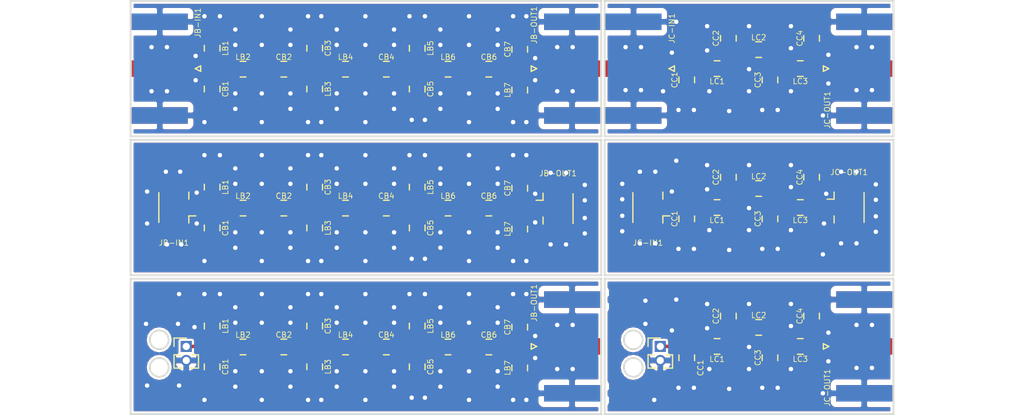
<source format=kicad_pcb>
(kicad_pcb (version 20171130) (host pcbnew "(5.0.1-3-g963ef8bb5)")
  (layers (0 F.Cu signal) (31 B.Cu signal) (34 B.Paste user) (35 F.Paste user) (36 B.SilkS user) (37 F.SilkS user) (38 B.Mask user) (39 F.Mask user) (44 Edge.Cuts user))
  (net 0 "")
  (net 1 "Net-(CB1-Pad1)")
  (net 2 GND)
  (net 3 "Net-(CB2-Pad2)")
  (net 4 "Net-(CB2-Pad1)")
  (net 5 "Net-(CB4-Pad1)")
  (net 6 "Net-(CB4-Pad2)")
  (net 7 "Net-(CB6-Pad2)")
  (net 8 "Net-(CB6-Pad1)")
  (net 9 "Net-(CC1-Pad1)")
  (net 10 "Net-(CC2-Pad1)")
  (net 11 "Net-(CC3-Pad1)")
  (net 12 "Net-(CC4-Pad1)")
  (module Connector_PinHeader_1.27mm:PinHeader_1x02_P1.27mm_Vertical (layer F.Cu) (at 55.15 76.05)
    (fp_text reference REF** hide)
    (fp_text value PinHeader_1x02_P1.27mm_Vertical hide)
    (pad 1 thru_hole rect (at 0 0) (size 1 1) (drill 0.65) (layers *.Cu *.Mask) (net 1 "Net-(CB1-Pad1)"))
    (pad 2 thru_hole oval (at 0 1.27) (size 1 1) (drill 0.65) (layers *.Cu *.Mask) (net 2 GND))
  )
  (module Connector_PinHeader_1.27mm:PinHeader_1x02_P1.27mm_Vertical (layer F.Cu) (at 98.15 76.05)
    (fp_text reference REF** hide)
    (fp_text value PinHeader_1x02_P1.27mm_Vertical hide)
    (pad 2 thru_hole oval (at 0 1.27) (size 1 1) (drill 0.65) (layers *.Cu *.Mask) (net 2 GND))
    (pad 1 thru_hole rect (at 0 0) (size 1 1) (drill 0.65) (layers *.Cu *.Mask) (net 9 "Net-(CC1-Pad1)"))
  )
  (module Capacitor_SMD:C_0805_2012Metric_Pad1.15x1.40mm_HandSolder (layer F.Cu) (at 73.3 76.1 180)
    (fp_text reference CB4 (at 0 1.1 180) (layer F.SilkS) (effects (font (size 0.5 0.5) (thickness 0.07))))
    (fp_text value C hide)
    (pad 2 smd roundrect (at 1.025 0 180) (size 1.15 1.4) (layers F.Cu F.Paste F.Mask) (roundrect_rratio 0.217391) (net 6 "Net-(CB4-Pad2)"))
    (pad 1 smd roundrect (at -1.025 0 180) (size 1.15 1.4) (layers F.Cu F.Paste F.Mask) (roundrect_rratio 0.217391) (net 5 "Net-(CB4-Pad1)"))
  )
  (module Capacitor_SMD:C_0805_2012Metric_Pad1.15x1.40mm_HandSolder (layer F.Cu) (at 57.5 77.9 270)
    (fp_text reference CB1 (at 0 -1.2 270) (layer F.SilkS) (effects (font (size 0.5 0.5) (thickness 0.07))))
    (fp_text value C hide)
    (pad 2 smd roundrect (at 1.025 0 270) (size 1.15 1.4) (layers F.Cu F.Paste F.Mask) (roundrect_rratio 0.217391) (net 2 GND))
    (pad 1 smd roundrect (at -1.025 0 270) (size 1.15 1.4) (layers F.Cu F.Paste F.Mask) (roundrect_rratio 0.217) (net 1 "Net-(CB1-Pad1)"))
  )
  (module Capacitor_SMD:C_0805_2012Metric_Pad1.15x1.40mm_HandSolder (layer F.Cu) (at 66.8 74.2 90)
    (fp_text reference CB3 (at 0 1.2 90) (layer F.SilkS) (effects (font (size 0.5 0.5) (thickness 0.07))))
    (fp_text value C hide)
    (pad 2 smd roundrect (at 1.025 0 90) (size 1.15 1.4) (layers F.Cu F.Paste F.Mask) (roundrect_rratio 0.217391) (net 2 GND))
    (pad 1 smd roundrect (at -1.025 0 90) (size 1.15 1.4) (layers F.Cu F.Paste F.Mask) (roundrect_rratio 0.217391) (net 4 "Net-(CB2-Pad1)"))
  )
  (module Inductor_SMD:L_0805_2012Metric_Pad1.15x1.40mm_HandSolder (layer F.Cu) (at 110.85 76.05)
    (fp_text reference LC3 (at 0 1.15) (layer F.SilkS) (effects (font (size 0.5 0.5) (thickness 0.07))))
    (fp_text value L hide)
    (pad 2 smd roundrect (at 1.025 0) (size 1.15 1.4) (layers F.Cu F.Paste F.Mask) (roundrect_rratio 0.217391) (net 12 "Net-(CC4-Pad1)"))
    (pad 1 smd roundrect (at -1.025 0) (size 1.15 1.4) (layers F.Cu F.Paste F.Mask) (roundrect_rratio 0.217391) (net 11 "Net-(CC3-Pad1)"))
  )
  (module Capacitor_SMD:C_0805_2012Metric_Pad1.15x1.40mm_HandSolder (layer F.Cu) (at 85.4 74.3 90)
    (fp_text reference CB7 (at 0 -1.1 90) (layer F.SilkS) (effects (font (size 0.5 0.5) (thickness 0.07))))
    (fp_text value C hide)
    (pad 2 smd roundrect (at 1.025 0 90) (size 1.15 1.4) (layers F.Cu F.Paste F.Mask) (roundrect_rratio 0.217391) (net 2 GND))
    (pad 1 smd roundrect (at -1.025 0 90) (size 1.15 1.4) (layers F.Cu F.Paste F.Mask) (roundrect_rratio 0.217391) (net 8 "Net-(CB6-Pad1)"))
  )
  (module Inductor_SMD:L_0805_2012Metric_Pad1.15x1.40mm_HandSolder (layer F.Cu) (at 78.9 76.1)
    (fp_text reference LB6 (at 0 -1.1) (layer F.SilkS) (effects (font (size 0.5 0.5) (thickness 0.07))))
    (fp_text value L hide)
    (pad 1 smd roundrect (at -1.025 0) (size 1.15 1.4) (layers F.Cu F.Paste F.Mask) (roundrect_rratio 0.217391) (net 5 "Net-(CB4-Pad1)"))
    (pad 2 smd roundrect (at 1.025 0) (size 1.15 1.4) (layers F.Cu F.Paste F.Mask) (roundrect_rratio 0.217391) (net 7 "Net-(CB6-Pad2)"))
  )
  (module Capacitor_SMD:C_0805_2012Metric_Pad1.15x1.40mm_HandSolder (layer F.Cu) (at 76.1 77.9 270)
    (fp_text reference CB5 (at 0 -1.2 270) (layer F.SilkS) (effects (font (size 0.5 0.5) (thickness 0.07))))
    (fp_text value C hide)
    (pad 1 smd roundrect (at -1.025 0 270) (size 1.15 1.4) (layers F.Cu F.Paste F.Mask) (roundrect_rratio 0.217391) (net 5 "Net-(CB4-Pad1)"))
    (pad 2 smd roundrect (at 1.025 0 270) (size 1.15 1.4) (layers F.Cu F.Paste F.Mask) (roundrect_rratio 0.217391) (net 2 GND))
  )
  (module Inductor_SMD:L_0805_2012Metric_Pad1.15x1.40mm_HandSolder (layer F.Cu) (at 85.4 78 270)
    (fp_text reference LB7 (at 0 1.1 270) (layer F.SilkS) (effects (font (size 0.5 0.5) (thickness 0.07))))
    (fp_text value L hide)
    (pad 2 smd roundrect (at 1.025 0 270) (size 1.15 1.4) (layers F.Cu F.Paste F.Mask) (roundrect_rratio 0.217391) (net 2 GND))
    (pad 1 smd roundrect (at -1.025 0 270) (size 1.15 1.4) (layers F.Cu F.Paste F.Mask) (roundrect_rratio 0.217391) (net 8 "Net-(CB6-Pad1)"))
  )
  (module Capacitor_SMD:C_0805_2012Metric_Pad1.15x1.40mm_HandSolder (layer F.Cu) (at 82.6 76.1 180)
    (fp_text reference CB6 (at 0 1.1 180) (layer F.SilkS) (effects (font (size 0.5 0.5) (thickness 0.07))))
    (fp_text value C hide)
    (pad 1 smd roundrect (at -1.025 0 180) (size 1.15 1.4) (layers F.Cu F.Paste F.Mask) (roundrect_rratio 0.217391) (net 8 "Net-(CB6-Pad1)"))
    (pad 2 smd roundrect (at 1.025 0 180) (size 1.15 1.4) (layers F.Cu F.Paste F.Mask) (roundrect_rratio 0.217391) (net 7 "Net-(CB6-Pad2)"))
  )
  (module Capacitor_SMD:C_0805_2012Metric_Pad1.15x1.40mm_HandSolder (layer F.Cu) (at 100.55 77.075 270)
    (fp_text reference CC1 (at 0.925 -1.25 270) (layer F.SilkS) (effects (font (size 0.5 0.5) (thickness 0.07))))
    (fp_text value C hide)
    (pad 2 smd roundrect (at 1.025 0 270) (size 1.15 1.4) (layers F.Cu F.Paste F.Mask) (roundrect_rratio 0.217391) (net 2 GND))
    (pad 1 smd roundrect (at -1.025 0 270) (size 1.15 1.4) (layers F.Cu F.Paste F.Mask) (roundrect_rratio 0.217391) (net 9 "Net-(CC1-Pad1)"))
  )
  (module Capacitor_SMD:C_0805_2012Metric_Pad1.15x1.40mm_HandSolder (layer F.Cu) (at 104.325 73.3 90)
    (fp_text reference CC2 (at 0 -1.125 90) (layer F.SilkS) (effects (font (size 0.5 0.5) (thickness 0.07))))
    (fp_text value C hide)
    (pad 1 smd roundrect (at -1.025 0 90) (size 1.15 1.4) (layers F.Cu F.Paste F.Mask) (roundrect_rratio 0.217391) (net 10 "Net-(CC2-Pad1)"))
    (pad 2 smd roundrect (at 1.025 0 90) (size 1.15 1.4) (layers F.Cu F.Paste F.Mask) (roundrect_rratio 0.217391) (net 2 GND))
  )
  (module Capacitor_SMD:C_0805_2012Metric_Pad1.15x1.40mm_HandSolder (layer F.Cu) (at 108.1 77.075 270)
    (fp_text reference CC3 (at 0 1.1 270) (layer F.SilkS) (effects (font (size 0.5 0.5) (thickness 0.07))))
    (fp_text value C hide)
    (pad 2 smd roundrect (at 1.025 0 270) (size 1.15 1.4) (layers F.Cu F.Paste F.Mask) (roundrect_rratio 0.217391) (net 2 GND))
    (pad 1 smd roundrect (at -1.025 0 270) (size 1.15 1.4) (layers F.Cu F.Paste F.Mask) (roundrect_rratio 0.217391) (net 11 "Net-(CC3-Pad1)"))
  )
  (module Capacitor_SMD:C_0805_2012Metric_Pad1.15x1.40mm_HandSolder (layer F.Cu) (at 111.875 73.3 90)
    (fp_text reference CC4 (at 0 -1.075 90) (layer F.SilkS) (effects (font (size 0.5 0.5) (thickness 0.07))))
    (fp_text value C hide)
    (pad 1 smd roundrect (at -1.025 0 90) (size 1.15 1.4) (layers F.Cu F.Paste F.Mask) (roundrect_rratio 0.217391) (net 12 "Net-(CC4-Pad1)"))
    (pad 2 smd roundrect (at 1.025 0 90) (size 1.15 1.4) (layers F.Cu F.Paste F.Mask) (roundrect_rratio 0.217391) (net 2 GND))
  )
  (module Connector_Coaxial:SMA_Amphenol_132289_EdgeMount (layer F.Cu) (at 90.15 76.05)
    (fp_text reference JB-OUT1 (at -3.45 -3.95 90) (layer F.SilkS) (effects (font (size 0.5 0.5) (thickness 0.07))))
    (fp_text value Conn_Coaxial hide)
    (pad 2 smd rect (at 0 4.25 90) (size 1.5 5.08) (layers B.Cu B.Paste B.Mask) (net 2 GND))
    (pad 2 smd rect (at 0 -4.25 90) (size 1.5 5.08) (layers B.Cu B.Paste B.Mask) (net 2 GND))
    (pad 2 smd rect (at 0 4.25 90) (size 1.5 5.08) (layers F.Cu F.Paste F.Mask) (net 2 GND))
    (pad 2 smd rect (at 0 -4.25 90) (size 1.5 5.08) (layers F.Cu F.Paste F.Mask) (net 2 GND))
    (pad 1 smd rect (at 0 0 90) (size 1.5 5.08) (layers F.Cu F.Paste F.Mask) (net 8 "Net-(CB6-Pad1)"))
  )
  (module Connector_Coaxial:SMA_Amphenol_132289_EdgeMount (layer F.Cu) (at 116.65 76.05)
    (fp_text reference JC-OUT1 (at -3.35 3.75 90) (layer F.SilkS) (effects (font (size 0.5 0.5) (thickness 0.07))))
    (fp_text value Conn_Coaxial hide)
    (pad 2 smd rect (at 0 4.25 90) (size 1.5 5.08) (layers B.Cu B.Paste B.Mask) (net 2 GND))
    (pad 2 smd rect (at 0 -4.25 90) (size 1.5 5.08) (layers B.Cu B.Paste B.Mask) (net 2 GND))
    (pad 2 smd rect (at 0 4.25 90) (size 1.5 5.08) (layers F.Cu F.Paste F.Mask) (net 2 GND))
    (pad 2 smd rect (at 0 -4.25 90) (size 1.5 5.08) (layers F.Cu F.Paste F.Mask) (net 2 GND))
    (pad 1 smd rect (at 0 0 90) (size 1.5 5.08) (layers F.Cu F.Paste F.Mask) (net 12 "Net-(CC4-Pad1)"))
  )
  (module Inductor_SMD:L_0805_2012Metric_Pad1.15x1.40mm_HandSolder (layer F.Cu) (at 103.3 76.05)
    (fp_text reference LC1 (at 0 1.15) (layer F.SilkS) (effects (font (size 0.5 0.5) (thickness 0.07))))
    (fp_text value L hide)
    (pad 2 smd roundrect (at 1.025 0) (size 1.15 1.4) (layers F.Cu F.Paste F.Mask) (roundrect_rratio 0.217391) (net 10 "Net-(CC2-Pad1)"))
    (pad 1 smd roundrect (at -1.025 0) (size 1.15 1.4) (layers F.Cu F.Paste F.Mask) (roundrect_rratio 0.217391) (net 9 "Net-(CC1-Pad1)"))
  )
  (module Inductor_SMD:L_0805_2012Metric_Pad1.15x1.40mm_HandSolder (layer F.Cu) (at 57.5 74.2 90)
    (fp_text reference LB1 (at 0 1.2 90) (layer F.SilkS) (effects (font (size 0.5 0.5) (thickness 0.07))))
    (fp_text value L hide)
    (pad 2 smd roundrect (at 1.025 0 90) (size 1.15 1.4) (layers F.Cu F.Paste F.Mask) (roundrect_rratio 0.217391) (net 2 GND))
    (pad 1 smd roundrect (at -1.025 0 90) (size 1.15 1.4) (layers F.Cu F.Paste F.Mask) (roundrect_rratio 0.217391) (net 1 "Net-(CB1-Pad1)"))
  )
  (module Inductor_SMD:L_0805_2012Metric_Pad1.15x1.40mm_HandSolder (layer F.Cu) (at 60.3 76.1)
    (fp_text reference LB2 (at 0 -1.1) (layer F.SilkS) (effects (font (size 0.5 0.5) (thickness 0.07))))
    (fp_text value L hide)
    (pad 1 smd roundrect (at -1.025 0) (size 1.15 1.4) (layers F.Cu F.Paste F.Mask) (roundrect_rratio 0.217391) (net 1 "Net-(CB1-Pad1)"))
    (pad 2 smd roundrect (at 1.025 0) (size 1.15 1.4) (layers F.Cu F.Paste F.Mask) (roundrect_rratio 0.217391) (net 3 "Net-(CB2-Pad2)"))
  )
  (module Inductor_SMD:L_0805_2012Metric_Pad1.15x1.40mm_HandSolder (layer F.Cu) (at 66.8 77.9 270)
    (fp_text reference LB3 (at 0 -1.2 270) (layer F.SilkS) (effects (font (size 0.5 0.5) (thickness 0.07))))
    (fp_text value L hide)
    (pad 2 smd roundrect (at 1.025 0 270) (size 1.15 1.4) (layers F.Cu F.Paste F.Mask) (roundrect_rratio 0.217391) (net 2 GND))
    (pad 1 smd roundrect (at -1.025 0 270) (size 1.15 1.4) (layers F.Cu F.Paste F.Mask) (roundrect_rratio 0.217391) (net 4 "Net-(CB2-Pad1)"))
  )
  (module Inductor_SMD:L_0805_2012Metric_Pad1.15x1.40mm_HandSolder (layer F.Cu) (at 69.6 76.1)
    (fp_text reference LB4 (at 0 -1.1) (layer F.SilkS) (effects (font (size 0.5 0.5) (thickness 0.07))))
    (fp_text value L hide)
    (pad 2 smd roundrect (at 1.025 0) (size 1.15 1.4) (layers F.Cu F.Paste F.Mask) (roundrect_rratio 0.217391) (net 6 "Net-(CB4-Pad2)"))
    (pad 1 smd roundrect (at -1.025 0) (size 1.15 1.4) (layers F.Cu F.Paste F.Mask) (roundrect_rratio 0.217391) (net 4 "Net-(CB2-Pad1)"))
  )
  (module Inductor_SMD:L_0805_2012Metric_Pad1.15x1.40mm_HandSolder (layer F.Cu) (at 107.075 74.325)
    (fp_text reference LC2 (at 0 -1.1) (layer F.SilkS) (effects (font (size 0.5 0.5) (thickness 0.07))))
    (fp_text value L hide)
    (pad 1 smd roundrect (at -1.025 0) (size 1.15 1.4) (layers F.Cu F.Paste F.Mask) (roundrect_rratio 0.217391) (net 10 "Net-(CC2-Pad1)"))
    (pad 2 smd roundrect (at 1.025 0) (size 1.15 1.4) (layers F.Cu F.Paste F.Mask) (roundrect_rratio 0.217391) (net 11 "Net-(CC3-Pad1)"))
  )
  (module Inductor_SMD:L_0805_2012Metric_Pad1.15x1.40mm_HandSolder (layer F.Cu) (at 76.1 74.2 90)
    (fp_text reference LB5 (at 0 1.2 90) (layer F.SilkS) (effects (font (size 0.5 0.5) (thickness 0.07))))
    (fp_text value L hide)
    (pad 1 smd roundrect (at -1.025 0 90) (size 1.15 1.4) (layers F.Cu F.Paste F.Mask) (roundrect_rratio 0.217391) (net 5 "Net-(CB4-Pad1)"))
    (pad 2 smd roundrect (at 1.025 0 90) (size 1.15 1.4) (layers F.Cu F.Paste F.Mask) (roundrect_rratio 0.217391) (net 2 GND))
  )
  (module Capacitor_SMD:C_0805_2012Metric_Pad1.15x1.40mm_HandSolder (layer F.Cu) (at 64 76.1 180)
    (fp_text reference CB2 (at 0 1.1 180) (layer F.SilkS) (effects (font (size 0.5 0.5) (thickness 0.07))))
    (fp_text value C hide)
    (pad 1 smd roundrect (at -1.025 0 180) (size 1.15 1.4) (layers F.Cu F.Paste F.Mask) (roundrect_rratio 0.217391) (net 4 "Net-(CB2-Pad1)"))
    (pad 2 smd roundrect (at 1.025 0 180) (size 1.15 1.4) (layers F.Cu F.Paste F.Mask) (roundrect_rratio 0.217391) (net 3 "Net-(CB2-Pad2)"))
  )
  (module Connector_Coaxial:U.FL_Hirose_U.FL-R-SMT-1_Vertical (layer F.Cu) (at 54.5 63.45 180)
    (fp_text reference JB-IN1 (at 0.475 -3.2 180) (layer F.SilkS) (effects (font (size 0.5 0.5) (thickness 0.07))))
    (fp_text value Conn_Coaxial hide)
    (pad 2 smd rect (at 0.475 -1.475 180) (size 2.2 1.05) (layers F.Cu F.Paste F.Mask) (net 2 GND))
    (pad 1 smd rect (at -1.05 0 180) (size 1.05 1) (layers F.Cu F.Paste F.Mask) (net 1 "Net-(CB1-Pad1)"))
    (pad 2 smd rect (at 0.475 1.475 180) (size 2.2 1.05) (layers F.Cu F.Paste F.Mask) (net 2 GND))
  )
  (module Connector_Coaxial:U.FL_Hirose_U.FL-R-SMT-1_Vertical (layer F.Cu) (at 88.4 63.55)
    (fp_text reference JB-OUT1 (at 0.475 -3.2) (layer F.SilkS) (effects (font (size 0.5 0.5) (thickness 0.07))))
    (fp_text value Conn_Coaxial hide)
    (pad 2 smd rect (at 0.475 -1.475) (size 2.2 1.05) (layers F.Cu F.Paste F.Mask) (net 2 GND))
    (pad 1 smd rect (at -1.05 0) (size 1.05 1) (layers F.Cu F.Paste F.Mask) (net 8 "Net-(CB6-Pad1)"))
    (pad 2 smd rect (at 0.475 1.475) (size 2.2 1.05) (layers F.Cu F.Paste F.Mask) (net 2 GND))
  )
  (module Connector_Coaxial:U.FL_Hirose_U.FL-R-SMT-1_Vertical (layer F.Cu) (at 97.5 63.45 180)
    (fp_text reference JC-IN1 (at 0.475 -3.2 180) (layer F.SilkS) (effects (font (size 0.5 0.5) (thickness 0.07))))
    (fp_text value Conn_Coaxial hide)
    (pad 2 smd rect (at 0.475 -1.475 180) (size 2.2 1.05) (layers F.Cu F.Paste F.Mask) (net 2 GND))
    (pad 1 smd rect (at -1.05 0 180) (size 1.05 1) (layers F.Cu F.Paste F.Mask) (net 9 "Net-(CC1-Pad1)"))
    (pad 2 smd rect (at 0.475 1.475 180) (size 2.2 1.05) (layers F.Cu F.Paste F.Mask) (net 2 GND))
  )
  (module Connector_Coaxial:U.FL_Hirose_U.FL-R-SMT-1_Vertical (layer F.Cu) (at 114.8 63.45)
    (fp_text reference JC-OUT1 (at 0.475 -3.2) (layer F.SilkS) (effects (font (size 0.5 0.5) (thickness 0.07))))
    (fp_text value Conn_Coaxial hide)
    (pad 2 smd rect (at 0.475 -1.475) (size 2.2 1.05) (layers F.Cu F.Paste F.Mask) (net 2 GND))
    (pad 1 smd rect (at -1.05 0) (size 1.05 1) (layers F.Cu F.Paste F.Mask) (net 12 "Net-(CC4-Pad1)"))
    (pad 2 smd rect (at 0.475 1.475) (size 2.2 1.05) (layers F.Cu F.Paste F.Mask) (net 2 GND))
  )
  (module Capacitor_SMD:C_0805_2012Metric_Pad1.15x1.40mm_HandSolder (layer F.Cu) (at 73.3 63.5 180)
    (fp_text reference CB4 (at 0 1.1 180) (layer F.SilkS) (effects (font (size 0.5 0.5) (thickness 0.07))))
    (fp_text value C hide)
    (pad 2 smd roundrect (at 1.025 0 180) (size 1.15 1.4) (layers F.Cu F.Paste F.Mask) (roundrect_rratio 0.217391) (net 6 "Net-(CB4-Pad2)"))
    (pad 1 smd roundrect (at -1.025 0 180) (size 1.15 1.4) (layers F.Cu F.Paste F.Mask) (roundrect_rratio 0.217391) (net 5 "Net-(CB4-Pad1)"))
  )
  (module Capacitor_SMD:C_0805_2012Metric_Pad1.15x1.40mm_HandSolder (layer F.Cu) (at 57.5 65.3 270)
    (fp_text reference CB1 (at 0 -1.2 270) (layer F.SilkS) (effects (font (size 0.5 0.5) (thickness 0.07))))
    (fp_text value C hide)
    (pad 2 smd roundrect (at 1.025 0 270) (size 1.15 1.4) (layers F.Cu F.Paste F.Mask) (roundrect_rratio 0.217391) (net 2 GND))
    (pad 1 smd roundrect (at -1.025 0 270) (size 1.15 1.4) (layers F.Cu F.Paste F.Mask) (roundrect_rratio 0.217391) (net 1 "Net-(CB1-Pad1)"))
  )
  (module Capacitor_SMD:C_0805_2012Metric_Pad1.15x1.40mm_HandSolder (layer F.Cu) (at 66.8 61.6 90)
    (fp_text reference CB3 (at 0 1.2 90) (layer F.SilkS) (effects (font (size 0.5 0.5) (thickness 0.07))))
    (fp_text value C hide)
    (pad 2 smd roundrect (at 1.025 0 90) (size 1.15 1.4) (layers F.Cu F.Paste F.Mask) (roundrect_rratio 0.217391) (net 2 GND))
    (pad 1 smd roundrect (at -1.025 0 90) (size 1.15 1.4) (layers F.Cu F.Paste F.Mask) (roundrect_rratio 0.217391) (net 4 "Net-(CB2-Pad1)"))
  )
  (module Inductor_SMD:L_0805_2012Metric_Pad1.15x1.40mm_HandSolder (layer F.Cu) (at 110.85 63.45)
    (fp_text reference LC3 (at 0 1.15) (layer F.SilkS) (effects (font (size 0.5 0.5) (thickness 0.07))))
    (fp_text value L hide)
    (pad 2 smd roundrect (at 1.025 0) (size 1.15 1.4) (layers F.Cu F.Paste F.Mask) (roundrect_rratio 0.217391) (net 12 "Net-(CC4-Pad1)"))
    (pad 1 smd roundrect (at -1.025 0) (size 1.15 1.4) (layers F.Cu F.Paste F.Mask) (roundrect_rratio 0.217391) (net 11 "Net-(CC3-Pad1)"))
  )
  (module Capacitor_SMD:C_0805_2012Metric_Pad1.15x1.40mm_HandSolder (layer F.Cu) (at 85.4 61.7 90)
    (fp_text reference CB7 (at 0 -1.1 90) (layer F.SilkS) (effects (font (size 0.5 0.5) (thickness 0.07))))
    (fp_text value C hide)
    (pad 2 smd roundrect (at 1.025 0 90) (size 1.15 1.4) (layers F.Cu F.Paste F.Mask) (roundrect_rratio 0.217391) (net 2 GND))
    (pad 1 smd roundrect (at -1.025 0 90) (size 1.15 1.4) (layers F.Cu F.Paste F.Mask) (roundrect_rratio 0.217391) (net 8 "Net-(CB6-Pad1)"))
  )
  (module Inductor_SMD:L_0805_2012Metric_Pad1.15x1.40mm_HandSolder (layer F.Cu) (at 78.9 63.5)
    (fp_text reference LB6 (at 0 -1.1) (layer F.SilkS) (effects (font (size 0.5 0.5) (thickness 0.07))))
    (fp_text value L hide)
    (pad 1 smd roundrect (at -1.025 0) (size 1.15 1.4) (layers F.Cu F.Paste F.Mask) (roundrect_rratio 0.217391) (net 5 "Net-(CB4-Pad1)"))
    (pad 2 smd roundrect (at 1.025 0) (size 1.15 1.4) (layers F.Cu F.Paste F.Mask) (roundrect_rratio 0.217391) (net 7 "Net-(CB6-Pad2)"))
  )
  (module Capacitor_SMD:C_0805_2012Metric_Pad1.15x1.40mm_HandSolder (layer F.Cu) (at 76.1 65.3 270)
    (fp_text reference CB5 (at 0 -1.2 270) (layer F.SilkS) (effects (font (size 0.5 0.5) (thickness 0.07))))
    (fp_text value C hide)
    (pad 1 smd roundrect (at -1.025 0 270) (size 1.15 1.4) (layers F.Cu F.Paste F.Mask) (roundrect_rratio 0.217391) (net 5 "Net-(CB4-Pad1)"))
    (pad 2 smd roundrect (at 1.025 0 270) (size 1.15 1.4) (layers F.Cu F.Paste F.Mask) (roundrect_rratio 0.217391) (net 2 GND))
  )
  (module Inductor_SMD:L_0805_2012Metric_Pad1.15x1.40mm_HandSolder (layer F.Cu) (at 85.4 65.4 270)
    (fp_text reference LB7 (at 0 1.1 270) (layer F.SilkS) (effects (font (size 0.5 0.5) (thickness 0.07))))
    (fp_text value L hide)
    (pad 2 smd roundrect (at 1.025 0 270) (size 1.15 1.4) (layers F.Cu F.Paste F.Mask) (roundrect_rratio 0.217391) (net 2 GND))
    (pad 1 smd roundrect (at -1.025 0 270) (size 1.15 1.4) (layers F.Cu F.Paste F.Mask) (roundrect_rratio 0.217391) (net 8 "Net-(CB6-Pad1)"))
  )
  (module Capacitor_SMD:C_0805_2012Metric_Pad1.15x1.40mm_HandSolder (layer F.Cu) (at 82.6 63.5 180)
    (fp_text reference CB6 (at 0 1.1 180) (layer F.SilkS) (effects (font (size 0.5 0.5) (thickness 0.07))))
    (fp_text value C hide)
    (pad 1 smd roundrect (at -1.025 0 180) (size 1.15 1.4) (layers F.Cu F.Paste F.Mask) (roundrect_rratio 0.217391) (net 8 "Net-(CB6-Pad1)"))
    (pad 2 smd roundrect (at 1.025 0 180) (size 1.15 1.4) (layers F.Cu F.Paste F.Mask) (roundrect_rratio 0.217391) (net 7 "Net-(CB6-Pad2)"))
  )
  (module Capacitor_SMD:C_0805_2012Metric_Pad1.15x1.40mm_HandSolder (layer F.Cu) (at 100.55 64.475 270)
    (fp_text reference CC1 (at 0 1.1 270) (layer F.SilkS) (effects (font (size 0.5 0.5) (thickness 0.07))))
    (fp_text value C hide)
    (pad 2 smd roundrect (at 1.025 0 270) (size 1.15 1.4) (layers F.Cu F.Paste F.Mask) (roundrect_rratio 0.217391) (net 2 GND))
    (pad 1 smd roundrect (at -1.025 0 270) (size 1.15 1.4) (layers F.Cu F.Paste F.Mask) (roundrect_rratio 0.217391) (net 9 "Net-(CC1-Pad1)"))
  )
  (module Capacitor_SMD:C_0805_2012Metric_Pad1.15x1.40mm_HandSolder (layer F.Cu) (at 104.325 60.7 90)
    (fp_text reference CC2 (at 0 -1.125 90) (layer F.SilkS) (effects (font (size 0.5 0.5) (thickness 0.07))))
    (fp_text value C hide)
    (pad 1 smd roundrect (at -1.025 0 90) (size 1.15 1.4) (layers F.Cu F.Paste F.Mask) (roundrect_rratio 0.217391) (net 10 "Net-(CC2-Pad1)"))
    (pad 2 smd roundrect (at 1.025 0 90) (size 1.15 1.4) (layers F.Cu F.Paste F.Mask) (roundrect_rratio 0.217391) (net 2 GND))
  )
  (module Capacitor_SMD:C_0805_2012Metric_Pad1.15x1.40mm_HandSolder (layer F.Cu) (at 108.1 64.475 270)
    (fp_text reference CC3 (at 0 1.1 270) (layer F.SilkS) (effects (font (size 0.5 0.5) (thickness 0.07))))
    (fp_text value C hide)
    (pad 2 smd roundrect (at 1.025 0 270) (size 1.15 1.4) (layers F.Cu F.Paste F.Mask) (roundrect_rratio 0.217391) (net 2 GND))
    (pad 1 smd roundrect (at -1.025 0 270) (size 1.15 1.4) (layers F.Cu F.Paste F.Mask) (roundrect_rratio 0.217391) (net 11 "Net-(CC3-Pad1)"))
  )
  (module Capacitor_SMD:C_0805_2012Metric_Pad1.15x1.40mm_HandSolder (layer F.Cu) (at 111.875 60.7 90)
    (fp_text reference CC4 (at 0 -1.075 90) (layer F.SilkS) (effects (font (size 0.5 0.5) (thickness 0.07))))
    (fp_text value C hide)
    (pad 1 smd roundrect (at -1.025 0 90) (size 1.15 1.4) (layers F.Cu F.Paste F.Mask) (roundrect_rratio 0.217391) (net 12 "Net-(CC4-Pad1)"))
    (pad 2 smd roundrect (at 1.025 0 90) (size 1.15 1.4) (layers F.Cu F.Paste F.Mask) (roundrect_rratio 0.217391) (net 2 GND))
  )
  (module Inductor_SMD:L_0805_2012Metric_Pad1.15x1.40mm_HandSolder (layer F.Cu) (at 103.3 63.45)
    (fp_text reference LC1 (at 0 1.15) (layer F.SilkS) (effects (font (size 0.5 0.5) (thickness 0.07))))
    (fp_text value L hide)
    (pad 2 smd roundrect (at 1.025 0) (size 1.15 1.4) (layers F.Cu F.Paste F.Mask) (roundrect_rratio 0.217391) (net 10 "Net-(CC2-Pad1)"))
    (pad 1 smd roundrect (at -1.025 0) (size 1.15 1.4) (layers F.Cu F.Paste F.Mask) (roundrect_rratio 0.217391) (net 9 "Net-(CC1-Pad1)"))
  )
  (module Inductor_SMD:L_0805_2012Metric_Pad1.15x1.40mm_HandSolder (layer F.Cu) (at 57.5 61.6 90)
    (fp_text reference LB1 (at 0 1.2 90) (layer F.SilkS) (effects (font (size 0.5 0.5) (thickness 0.07))))
    (fp_text value L hide)
    (pad 2 smd roundrect (at 1.025 0 90) (size 1.15 1.4) (layers F.Cu F.Paste F.Mask) (roundrect_rratio 0.217391) (net 2 GND))
    (pad 1 smd roundrect (at -1.025 0 90) (size 1.15 1.4) (layers F.Cu F.Paste F.Mask) (roundrect_rratio 0.217391) (net 1 "Net-(CB1-Pad1)"))
  )
  (module Inductor_SMD:L_0805_2012Metric_Pad1.15x1.40mm_HandSolder (layer F.Cu) (at 60.3 63.5)
    (fp_text reference LB2 (at 0 -1.1) (layer F.SilkS) (effects (font (size 0.5 0.5) (thickness 0.07))))
    (fp_text value L hide)
    (pad 1 smd roundrect (at -1.025 0) (size 1.15 1.4) (layers F.Cu F.Paste F.Mask) (roundrect_rratio 0.217391) (net 1 "Net-(CB1-Pad1)"))
    (pad 2 smd roundrect (at 1.025 0) (size 1.15 1.4) (layers F.Cu F.Paste F.Mask) (roundrect_rratio 0.217391) (net 3 "Net-(CB2-Pad2)"))
  )
  (module Inductor_SMD:L_0805_2012Metric_Pad1.15x1.40mm_HandSolder (layer F.Cu) (at 66.8 65.3 270)
    (fp_text reference LB3 (at 0 -1.2 270) (layer F.SilkS) (effects (font (size 0.5 0.5) (thickness 0.07))))
    (fp_text value L hide)
    (pad 2 smd roundrect (at 1.025 0 270) (size 1.15 1.4) (layers F.Cu F.Paste F.Mask) (roundrect_rratio 0.217391) (net 2 GND))
    (pad 1 smd roundrect (at -1.025 0 270) (size 1.15 1.4) (layers F.Cu F.Paste F.Mask) (roundrect_rratio 0.217391) (net 4 "Net-(CB2-Pad1)"))
  )
  (module Inductor_SMD:L_0805_2012Metric_Pad1.15x1.40mm_HandSolder (layer F.Cu) (at 69.6 63.5)
    (fp_text reference LB4 (at 0 -1.1) (layer F.SilkS) (effects (font (size 0.5 0.5) (thickness 0.07))))
    (fp_text value L hide)
    (pad 2 smd roundrect (at 1.025 0) (size 1.15 1.4) (layers F.Cu F.Paste F.Mask) (roundrect_rratio 0.217391) (net 6 "Net-(CB4-Pad2)"))
    (pad 1 smd roundrect (at -1.025 0) (size 1.15 1.4) (layers F.Cu F.Paste F.Mask) (roundrect_rratio 0.217391) (net 4 "Net-(CB2-Pad1)"))
  )
  (module Inductor_SMD:L_0805_2012Metric_Pad1.15x1.40mm_HandSolder (layer F.Cu) (at 107.075 61.725)
    (fp_text reference LC2 (at 0 -1.1) (layer F.SilkS) (effects (font (size 0.5 0.5) (thickness 0.07))))
    (fp_text value L hide)
    (pad 1 smd roundrect (at -1.025 0) (size 1.15 1.4) (layers F.Cu F.Paste F.Mask) (roundrect_rratio 0.217391) (net 10 "Net-(CC2-Pad1)"))
    (pad 2 smd roundrect (at 1.025 0) (size 1.15 1.4) (layers F.Cu F.Paste F.Mask) (roundrect_rratio 0.217391) (net 11 "Net-(CC3-Pad1)"))
  )
  (module Inductor_SMD:L_0805_2012Metric_Pad1.15x1.40mm_HandSolder (layer F.Cu) (at 76.1 61.6 90)
    (fp_text reference LB5 (at 0 1.2 90) (layer F.SilkS) (effects (font (size 0.5 0.5) (thickness 0.07))))
    (fp_text value L hide)
    (pad 1 smd roundrect (at -1.025 0 90) (size 1.15 1.4) (layers F.Cu F.Paste F.Mask) (roundrect_rratio 0.217391) (net 5 "Net-(CB4-Pad1)"))
    (pad 2 smd roundrect (at 1.025 0 90) (size 1.15 1.4) (layers F.Cu F.Paste F.Mask) (roundrect_rratio 0.217391) (net 2 GND))
  )
  (module Capacitor_SMD:C_0805_2012Metric_Pad1.15x1.40mm_HandSolder (layer F.Cu) (at 64 63.5 180)
    (fp_text reference CB2 (at 0 1.1 180) (layer F.SilkS) (effects (font (size 0.5 0.5) (thickness 0.07))))
    (fp_text value C hide)
    (pad 1 smd roundrect (at -1.025 0 180) (size 1.15 1.4) (layers F.Cu F.Paste F.Mask) (roundrect_rratio 0.217391) (net 4 "Net-(CB2-Pad1)"))
    (pad 2 smd roundrect (at 1.025 0 180) (size 1.15 1.4) (layers F.Cu F.Paste F.Mask) (roundrect_rratio 0.217391) (net 3 "Net-(CB2-Pad2)"))
  )
  (module Capacitor_SMD:C_0805_2012Metric_Pad1.15x1.40mm_HandSolder (layer F.Cu) (at 57.5 52.7 270)
    (fp_text reference CB1 (at 0 -1.2 270) (layer F.SilkS) (effects (font (size 0.5 0.5) (thickness 0.07))))
    (fp_text value C hide)
    (pad 1 smd roundrect (at -1.025 0 270) (size 1.15 1.4) (layers F.Cu F.Paste F.Mask) (roundrect_rratio 0.217391) (net 1 "Net-(CB1-Pad1)"))
    (pad 2 smd roundrect (at 1.025 0 270) (size 1.15 1.4) (layers F.Cu F.Paste F.Mask) (roundrect_rratio 0.217391) (net 2 GND))
  )
  (module Capacitor_SMD:C_0805_2012Metric_Pad1.15x1.40mm_HandSolder (layer F.Cu) (at 64 50.9 180)
    (fp_text reference CB2 (at 0 1.1 180) (layer F.SilkS) (effects (font (size 0.5 0.5) (thickness 0.07))))
    (fp_text value C hide)
    (pad 2 smd roundrect (at 1.025 0 180) (size 1.15 1.4) (layers F.Cu F.Paste F.Mask) (roundrect_rratio 0.217391) (net 3 "Net-(CB2-Pad2)"))
    (pad 1 smd roundrect (at -1.025 0 180) (size 1.15 1.4) (layers F.Cu F.Paste F.Mask) (roundrect_rratio 0.217391) (net 4 "Net-(CB2-Pad1)"))
  )
  (module Capacitor_SMD:C_0805_2012Metric_Pad1.15x1.40mm_HandSolder (layer F.Cu) (at 66.8 49 90)
    (fp_text reference CB3 (at 0 1.2 90) (layer F.SilkS) (effects (font (size 0.5 0.5) (thickness 0.07))))
    (fp_text value C hide)
    (pad 1 smd roundrect (at -1.025 0 90) (size 1.15 1.4) (layers F.Cu F.Paste F.Mask) (roundrect_rratio 0.217391) (net 4 "Net-(CB2-Pad1)"))
    (pad 2 smd roundrect (at 1.025 0 90) (size 1.15 1.4) (layers F.Cu F.Paste F.Mask) (roundrect_rratio 0.217391) (net 2 GND))
  )
  (module Capacitor_SMD:C_0805_2012Metric_Pad1.15x1.40mm_HandSolder (layer F.Cu) (at 73.3 50.9 180)
    (fp_text reference CB4 (at 0 1.1 180) (layer F.SilkS) (effects (font (size 0.5 0.5) (thickness 0.07))))
    (fp_text value C hide)
    (pad 1 smd roundrect (at -1.025 0 180) (size 1.15 1.4) (layers F.Cu F.Paste F.Mask) (roundrect_rratio 0.217391) (net 5 "Net-(CB4-Pad1)"))
    (pad 2 smd roundrect (at 1.025 0 180) (size 1.15 1.4) (layers F.Cu F.Paste F.Mask) (roundrect_rratio 0.217391) (net 6 "Net-(CB4-Pad2)"))
  )
  (module Capacitor_SMD:C_0805_2012Metric_Pad1.15x1.40mm_HandSolder (layer F.Cu) (at 76.1 52.7 270)
    (fp_text reference CB5 (at 0 -1.2 270) (layer F.SilkS) (effects (font (size 0.5 0.5) (thickness 0.07))))
    (fp_text value C hide)
    (pad 2 smd roundrect (at 1.025 0 270) (size 1.15 1.4) (layers F.Cu F.Paste F.Mask) (roundrect_rratio 0.217391) (net 2 GND))
    (pad 1 smd roundrect (at -1.025 0 270) (size 1.15 1.4) (layers F.Cu F.Paste F.Mask) (roundrect_rratio 0.217391) (net 5 "Net-(CB4-Pad1)"))
  )
  (module Capacitor_SMD:C_0805_2012Metric_Pad1.15x1.40mm_HandSolder (layer F.Cu) (at 82.6 50.9 180)
    (fp_text reference CB6 (at 0 1.1 180) (layer F.SilkS) (effects (font (size 0.5 0.5) (thickness 0.07))))
    (fp_text value C hide)
    (pad 2 smd roundrect (at 1.025 0 180) (size 1.15 1.4) (layers F.Cu F.Paste F.Mask) (roundrect_rratio 0.217391) (net 7 "Net-(CB6-Pad2)"))
    (pad 1 smd roundrect (at -1.025 0 180) (size 1.15 1.4) (layers F.Cu F.Paste F.Mask) (roundrect_rratio 0.217391) (net 8 "Net-(CB6-Pad1)"))
  )
  (module Capacitor_SMD:C_0805_2012Metric_Pad1.15x1.40mm_HandSolder (layer F.Cu) (at 100.55 51.875 270)
    (fp_text reference CC1 (at 0 1.1 270) (layer F.SilkS) (effects (font (size 0.5 0.5) (thickness 0.07))))
    (fp_text value C hide)
    (pad 1 smd roundrect (at -1.025 0 270) (size 1.15 1.4) (layers F.Cu F.Paste F.Mask) (roundrect_rratio 0.217391) (net 9 "Net-(CC1-Pad1)"))
    (pad 2 smd roundrect (at 1.025 0 270) (size 1.15 1.4) (layers F.Cu F.Paste F.Mask) (roundrect_rratio 0.217391) (net 2 GND))
  )
  (module Capacitor_SMD:C_0805_2012Metric_Pad1.15x1.40mm_HandSolder (layer F.Cu) (at 104.325 48.1 90)
    (fp_text reference CC2 (at 0 -1.125 90) (layer F.SilkS) (effects (font (size 0.5 0.5) (thickness 0.07))))
    (fp_text value C hide)
    (pad 2 smd roundrect (at 1.025 0 90) (size 1.15 1.4) (layers F.Cu F.Paste F.Mask) (roundrect_rratio 0.217391) (net 2 GND))
    (pad 1 smd roundrect (at -1.025 0 90) (size 1.15 1.4) (layers F.Cu F.Paste F.Mask) (roundrect_rratio 0.217391) (net 10 "Net-(CC2-Pad1)"))
  )
  (module Capacitor_SMD:C_0805_2012Metric_Pad1.15x1.40mm_HandSolder (layer F.Cu) (at 108.1 51.875 270)
    (fp_text reference CC3 (at 0 1.1 270) (layer F.SilkS) (effects (font (size 0.5 0.5) (thickness 0.07))))
    (fp_text value C hide)
    (pad 1 smd roundrect (at -1.025 0 270) (size 1.15 1.4) (layers F.Cu F.Paste F.Mask) (roundrect_rratio 0.217391) (net 11 "Net-(CC3-Pad1)"))
    (pad 2 smd roundrect (at 1.025 0 270) (size 1.15 1.4) (layers F.Cu F.Paste F.Mask) (roundrect_rratio 0.217391) (net 2 GND))
  )
  (module Capacitor_SMD:C_0805_2012Metric_Pad1.15x1.40mm_HandSolder (layer F.Cu) (at 111.875 48.1 90)
    (fp_text reference CC4 (at 0 -1.075 90) (layer F.SilkS) (effects (font (size 0.5 0.5) (thickness 0.07))))
    (fp_text value C hide)
    (pad 2 smd roundrect (at 1.025 0 90) (size 1.15 1.4) (layers F.Cu F.Paste F.Mask) (roundrect_rratio 0.217391) (net 2 GND))
    (pad 1 smd roundrect (at -1.025 0 90) (size 1.15 1.4) (layers F.Cu F.Paste F.Mask) (roundrect_rratio 0.217391) (net 12 "Net-(CC4-Pad1)"))
  )
  (module Connector_Coaxial:SMA_Amphenol_132289_EdgeMount (layer F.Cu) (at 52.75 50.85 180)
    (fp_text reference JB-IN1 (at -3.45 4.15 270) (layer F.SilkS) (effects (font (size 0.5 0.5) (thickness 0.07))))
    (fp_text value Conn_Coaxial hide)
    (pad 2 smd rect (at 0 4.25 270) (size 1.5 5.08) (layers B.Cu B.Paste B.Mask) (net 2 GND))
    (pad 2 smd rect (at 0 -4.25 270) (size 1.5 5.08) (layers B.Cu B.Paste B.Mask) (net 2 GND))
    (pad 2 smd rect (at 0 4.25 270) (size 1.5 5.08) (layers F.Cu F.Paste F.Mask) (net 2 GND))
    (pad 2 smd rect (at 0 -4.25 270) (size 1.5 5.08) (layers F.Cu F.Paste F.Mask) (net 2 GND))
    (pad 1 smd rect (at 0 0 270) (size 1.5 5.08) (layers F.Cu F.Paste F.Mask) (net 1 "Net-(CB1-Pad1)"))
  )
  (module Connector_Coaxial:SMA_Amphenol_132289_EdgeMount (layer F.Cu) (at 90.15 50.85)
    (fp_text reference JB-OUT1 (at -3.45 -3.95 90) (layer F.SilkS) (effects (font (size 0.5 0.5) (thickness 0.07))))
    (fp_text value Conn_Coaxial hide)
    (pad 1 smd rect (at 0 0 90) (size 1.5 5.08) (layers F.Cu F.Paste F.Mask) (net 8 "Net-(CB6-Pad1)"))
    (pad 2 smd rect (at 0 -4.25 90) (size 1.5 5.08) (layers F.Cu F.Paste F.Mask) (net 2 GND))
    (pad 2 smd rect (at 0 4.25 90) (size 1.5 5.08) (layers F.Cu F.Paste F.Mask) (net 2 GND))
    (pad 2 smd rect (at 0 -4.25 90) (size 1.5 5.08) (layers B.Cu B.Paste B.Mask) (net 2 GND))
    (pad 2 smd rect (at 0 4.25 90) (size 1.5 5.08) (layers B.Cu B.Paste B.Mask) (net 2 GND))
  )
  (module Connector_Coaxial:SMA_Amphenol_132289_EdgeMount (layer F.Cu) (at 95.725 50.85 180)
    (fp_text reference JC-IN1 (at -3.475 3.65 270) (layer F.SilkS) (effects (font (size 0.5 0.5) (thickness 0.07))))
    (fp_text value Conn_Coaxial hide)
    (pad 2 smd rect (at 0 4.25 270) (size 1.5 5.08) (layers B.Cu B.Paste B.Mask) (net 2 GND))
    (pad 2 smd rect (at 0 -4.25 270) (size 1.5 5.08) (layers B.Cu B.Paste B.Mask) (net 2 GND))
    (pad 2 smd rect (at 0 4.25 270) (size 1.5 5.08) (layers F.Cu F.Paste F.Mask) (net 2 GND))
    (pad 2 smd rect (at 0 -4.25 270) (size 1.5 5.08) (layers F.Cu F.Paste F.Mask) (net 2 GND))
    (pad 1 smd rect (at 0 0 270) (size 1.5 5.08) (layers F.Cu F.Paste F.Mask) (net 9 "Net-(CC1-Pad1)"))
  )
  (module Connector_Coaxial:SMA_Amphenol_132289_EdgeMount (layer F.Cu) (at 116.65 50.85)
    (fp_text reference JC-OUT1 (at -3.35 3.75 90) (layer F.SilkS) (effects (font (size 0.5 0.5) (thickness 0.07))))
    (fp_text value Conn_Coaxial hide)
    (pad 1 smd rect (at 0 0 90) (size 1.5 5.08) (layers F.Cu F.Paste F.Mask) (net 12 "Net-(CC4-Pad1)"))
    (pad 2 smd rect (at 0 -4.25 90) (size 1.5 5.08) (layers F.Cu F.Paste F.Mask) (net 2 GND))
    (pad 2 smd rect (at 0 4.25 90) (size 1.5 5.08) (layers F.Cu F.Paste F.Mask) (net 2 GND))
    (pad 2 smd rect (at 0 -4.25 90) (size 1.5 5.08) (layers B.Cu B.Paste B.Mask) (net 2 GND))
    (pad 2 smd rect (at 0 4.25 90) (size 1.5 5.08) (layers B.Cu B.Paste B.Mask) (net 2 GND))
  )
  (module Inductor_SMD:L_0805_2012Metric_Pad1.15x1.40mm_HandSolder (layer F.Cu) (at 57.5 49 90)
    (fp_text reference LB1 (at 0 1.2 90) (layer F.SilkS) (effects (font (size 0.5 0.5) (thickness 0.07))))
    (fp_text value L hide)
    (pad 1 smd roundrect (at -1.025 0 90) (size 1.15 1.4) (layers F.Cu F.Paste F.Mask) (roundrect_rratio 0.217391) (net 1 "Net-(CB1-Pad1)"))
    (pad 2 smd roundrect (at 1.025 0 90) (size 1.15 1.4) (layers F.Cu F.Paste F.Mask) (roundrect_rratio 0.217391) (net 2 GND))
  )
  (module Inductor_SMD:L_0805_2012Metric_Pad1.15x1.40mm_HandSolder (layer F.Cu) (at 60.3 50.9)
    (fp_text reference LB2 (at 0 -1.1) (layer F.SilkS) (effects (font (size 0.5 0.5) (thickness 0.07))))
    (fp_text value L hide)
    (pad 2 smd roundrect (at 1.025 0) (size 1.15 1.4) (layers F.Cu F.Paste F.Mask) (roundrect_rratio 0.217391) (net 3 "Net-(CB2-Pad2)"))
    (pad 1 smd roundrect (at -1.025 0) (size 1.15 1.4) (layers F.Cu F.Paste F.Mask) (roundrect_rratio 0.217391) (net 1 "Net-(CB1-Pad1)"))
  )
  (module Inductor_SMD:L_0805_2012Metric_Pad1.15x1.40mm_HandSolder (layer F.Cu) (at 66.8 52.7 270)
    (fp_text reference LB3 (at 0 -1.2 270) (layer F.SilkS) (effects (font (size 0.5 0.5) (thickness 0.07))))
    (fp_text value L hide)
    (pad 1 smd roundrect (at -1.025 0 270) (size 1.15 1.4) (layers F.Cu F.Paste F.Mask) (roundrect_rratio 0.217391) (net 4 "Net-(CB2-Pad1)"))
    (pad 2 smd roundrect (at 1.025 0 270) (size 1.15 1.4) (layers F.Cu F.Paste F.Mask) (roundrect_rratio 0.217391) (net 2 GND))
  )
  (module Inductor_SMD:L_0805_2012Metric_Pad1.15x1.40mm_HandSolder (layer F.Cu) (at 69.6 50.9)
    (fp_text reference LB4 (at 0 -1.1) (layer F.SilkS) (effects (font (size 0.5 0.5) (thickness 0.07))))
    (fp_text value L hide)
    (pad 1 smd roundrect (at -1.025 0) (size 1.15 1.4) (layers F.Cu F.Paste F.Mask) (roundrect_rratio 0.217391) (net 4 "Net-(CB2-Pad1)"))
    (pad 2 smd roundrect (at 1.025 0) (size 1.15 1.4) (layers F.Cu F.Paste F.Mask) (roundrect_rratio 0.217391) (net 6 "Net-(CB4-Pad2)"))
  )
  (module Inductor_SMD:L_0805_2012Metric_Pad1.15x1.40mm_HandSolder (layer F.Cu) (at 76.1 49 90)
    (fp_text reference LB5 (at 0 1.2 90) (layer F.SilkS) (effects (font (size 0.5 0.5) (thickness 0.07))))
    (fp_text value L hide)
    (pad 2 smd roundrect (at 1.025 0 90) (size 1.15 1.4) (layers F.Cu F.Paste F.Mask) (roundrect_rratio 0.217391) (net 2 GND))
    (pad 1 smd roundrect (at -1.025 0 90) (size 1.15 1.4) (layers F.Cu F.Paste F.Mask) (roundrect_rratio 0.217391) (net 5 "Net-(CB4-Pad1)"))
  )
  (module Inductor_SMD:L_0805_2012Metric_Pad1.15x1.40mm_HandSolder (layer F.Cu) (at 78.9 50.9)
    (fp_text reference LB6 (at 0 -1.1) (layer F.SilkS) (effects (font (size 0.5 0.5) (thickness 0.07))))
    (fp_text value L hide)
    (pad 2 smd roundrect (at 1.025 0) (size 1.15 1.4) (layers F.Cu F.Paste F.Mask) (roundrect_rratio 0.217391) (net 7 "Net-(CB6-Pad2)"))
    (pad 1 smd roundrect (at -1.025 0) (size 1.15 1.4) (layers F.Cu F.Paste F.Mask) (roundrect_rratio 0.217391) (net 5 "Net-(CB4-Pad1)"))
  )
  (module Inductor_SMD:L_0805_2012Metric_Pad1.15x1.40mm_HandSolder (layer F.Cu) (at 103.3 50.85)
    (fp_text reference LC1 (at 0 1.15) (layer F.SilkS) (effects (font (size 0.5 0.5) (thickness 0.07))))
    (fp_text value L hide)
    (pad 1 smd roundrect (at -1.025 0) (size 1.15 1.4) (layers F.Cu F.Paste F.Mask) (roundrect_rratio 0.217391) (net 9 "Net-(CC1-Pad1)"))
    (pad 2 smd roundrect (at 1.025 0) (size 1.15 1.4) (layers F.Cu F.Paste F.Mask) (roundrect_rratio 0.217391) (net 10 "Net-(CC2-Pad1)"))
  )
  (module Inductor_SMD:L_0805_2012Metric_Pad1.15x1.40mm_HandSolder (layer F.Cu) (at 107.075 49.125)
    (fp_text reference LC2 (at 0 -1.1) (layer F.SilkS) (effects (font (size 0.5 0.5) (thickness 0.07))))
    (fp_text value L hide)
    (pad 2 smd roundrect (at 1.025 0) (size 1.15 1.4) (layers F.Cu F.Paste F.Mask) (roundrect_rratio 0.217391) (net 11 "Net-(CC3-Pad1)"))
    (pad 1 smd roundrect (at -1.025 0) (size 1.15 1.4) (layers F.Cu F.Paste F.Mask) (roundrect_rratio 0.217391) (net 10 "Net-(CC2-Pad1)"))
  )
  (module Inductor_SMD:L_0805_2012Metric_Pad1.15x1.40mm_HandSolder (layer F.Cu) (at 110.85 50.85)
    (fp_text reference LC3 (at 0 1.15) (layer F.SilkS) (effects (font (size 0.5 0.5) (thickness 0.07))))
    (fp_text value L hide)
    (pad 1 smd roundrect (at -1.025 0) (size 1.15 1.4) (layers F.Cu F.Paste F.Mask) (roundrect_rratio 0.217391) (net 11 "Net-(CC3-Pad1)"))
    (pad 2 smd roundrect (at 1.025 0) (size 1.15 1.4) (layers F.Cu F.Paste F.Mask) (roundrect_rratio 0.217391) (net 12 "Net-(CC4-Pad1)"))
  )
  (module Capacitor_SMD:C_0805_2012Metric_Pad1.15x1.40mm_HandSolder (layer F.Cu) (at 85.4 49.1 90)
    (fp_text reference CB7 (at 0 -1.1 90) (layer F.SilkS) (effects (font (size 0.5 0.5) (thickness 0.07))))
    (fp_text value C hide)
    (pad 1 smd roundrect (at -1.025 0 90) (size 1.15 1.4) (layers F.Cu F.Paste F.Mask) (roundrect_rratio 0.217391) (net 8 "Net-(CB6-Pad1)"))
    (pad 2 smd roundrect (at 1.025 0 90) (size 1.15 1.4) (layers F.Cu F.Paste F.Mask) (roundrect_rratio 0.217391) (net 2 GND))
  )
  (module Inductor_SMD:L_0805_2012Metric_Pad1.15x1.40mm_HandSolder (layer F.Cu) (at 85.4 52.8 270)
    (fp_text reference LB7 (at 0 1.1 270) (layer F.SilkS) (effects (font (size 0.5 0.5) (thickness 0.07))))
    (fp_text value L hide)
    (pad 1 smd roundrect (at -1.025 0 270) (size 1.15 1.4) (layers F.Cu F.Paste F.Mask) (roundrect_rratio 0.217391) (net 8 "Net-(CB6-Pad1)"))
    (pad 2 smd roundrect (at 1.025 0 270) (size 1.15 1.4) (layers F.Cu F.Paste F.Mask) (roundrect_rratio 0.217391) (net 2 GND))
  )
  (gr_line (start 119.3 57) (end 119.3 44.7) (layer Edge.Cuts) (width 0.15))
  (gr_circle (center 52.7 77.95) (end 53.55 77.95) (layer Edge.Cuts) (width 0.15))
  (gr_circle (center 52.7 75.45) (end 53.55 75.45) (layer Edge.Cuts) (width 0.15))
  (gr_circle (center 95.7 77.95) (end 96.55 77.95) (layer Edge.Cuts) (width 0.15))
  (gr_circle (center 95.7 75.45) (end 96.55 75.45) (layer Edge.Cuts) (width 0.15))
  (gr_line (start 93.1 82.2) (end 93.1 69.9) (layer Edge.Cuts) (width 0.15))
  (gr_line (start 50.1 69.9) (end 50.1 82.2) (layer Edge.Cuts) (width 0.15))
  (gr_line (start 93.1 82.2) (end 119.3 82.2) (layer Edge.Cuts) (width 0.15))
  (gr_line (start 92.8 82.2) (end 50.1 82.2) (layer Edge.Cuts) (width 0.15))
  (gr_line (start 92.8 69.9) (end 92.8 82.2) (layer Edge.Cuts) (width 0.15))
  (gr_line (start 93.1 69.9) (end 119.3 69.9) (layer Edge.Cuts) (width 0.15))
  (gr_line (start 92.8 69.9) (end 50.1 69.9) (layer Edge.Cuts) (width 0.15))
  (gr_line (start 119.3 82.2) (end 119.3 69.9) (layer Edge.Cuts) (width 0.15))
  (gr_line (start 93.1 69.6) (end 93.1 57.3) (layer Edge.Cuts) (width 0.15))
  (gr_line (start 50.1 69.6) (end 92.8 69.6) (layer Edge.Cuts) (width 0.15))
  (gr_line (start 50.1 57.3) (end 50.1 69.6) (layer Edge.Cuts) (width 0.15))
  (gr_line (start 92.8 57.3) (end 92.8 69.6) (layer Edge.Cuts) (width 0.15))
  (gr_line (start 93.1 57) (end 119.3 57) (layer Edge.Cuts) (width 0.15))
  (gr_line (start 92.8 57) (end 50.1 57) (layer Edge.Cuts) (width 0.15))
  (gr_line (start 119.3 69.6) (end 119.3 57.3) (layer Edge.Cuts) (width 0.15))
  (gr_line (start 93.1 69.6) (end 119.3 69.6) (layer Edge.Cuts) (width 0.15))
  (gr_line (start 93.1 44.7) (end 119.3 44.7) (layer Edge.Cuts) (width 0.15))
  (gr_line (start 93.1 44.7) (end 93.1 57) (layer Edge.Cuts) (width 0.15))
  (gr_line (start 119.3 57) (end 119.3 44.7) (layer Edge.Cuts) (width 0.15))
  (gr_line (start 93.1 57.3) (end 119.3 57.3) (layer Edge.Cuts) (width 0.15))
  (gr_line (start 92.8 44.7) (end 50.1 44.7) (layer Edge.Cuts) (width 0.15))
  (gr_line (start 92.8 57) (end 92.8 44.7) (layer Edge.Cuts) (width 0.15))
  (gr_line (start 50.1 57.3) (end 92.8 57.3) (layer Edge.Cuts) (width 0.15))
  (gr_line (start 50.1 44.7) (end 50.1 57) (layer Edge.Cuts) (width 0.15))
  (segment (start 58.275 50.9) (end 57.5 51.675) (width 0.32) (layer F.Cu) (net 1))
  (segment (start 58.375 50.9) (end 57.5 50.025) (width 0.32) (layer F.Cu) (net 1))
  (segment (start 59.275 50.9) (end 58.375 50.9) (width 0.32) (layer F.Cu) (net 1))
  (segment (start 56.675 50.85) (end 57.5 50.025) (width 0.32) (layer F.Cu) (net 1))
  (segment (start 56.675 50.85) (end 57.5 51.675) (width 0.32) (layer F.Cu) (net 1))
  (segment (start 55.61 50.85) (end 56.675 50.85) (width 0.32) (layer F.Cu) (net 1))
  (segment (start 52.75 50.85) (end 55.61 50.85) (width 0.32) (layer F.Cu) (net 1))
  (segment (start 56.675 63.45) (end 57.5 62.625) (width 0.32) (layer F.Cu) (net 1))
  (segment (start 58.275 63.5) (end 57.5 64.275) (width 0.32) (layer F.Cu) (net 1))
  (segment (start 58.375 63.5) (end 57.5 62.625) (width 0.32) (layer F.Cu) (net 1))
  (segment (start 59.275 63.5) (end 58.375 63.5) (width 0.32) (layer F.Cu) (net 1))
  (segment (start 56.675 63.45) (end 57.5 64.275) (width 0.32) (layer F.Cu) (net 1))
  (segment (start 56.395 63.45) (end 56.675 63.45) (width 0.32) (layer F.Cu) (net 1))
  (segment (start 55.55 63.45) (end 56.395 63.45) (width 0.32) (layer F.Cu) (net 1))
  (segment (start 56.675 76.05) (end 57.5 75.225) (width 0.32) (layer F.Cu) (net 1))
  (segment (start 58.275 76.1) (end 57.5 76.875) (width 0.32) (layer F.Cu) (net 1))
  (segment (start 58.375 76.1) (end 57.5 75.225) (width 0.32) (layer F.Cu) (net 1))
  (segment (start 59.275 76.1) (end 58.375 76.1) (width 0.32) (layer F.Cu) (net 1))
  (segment (start 56.675 76.05) (end 57.5 76.875) (width 0.32) (layer F.Cu) (net 1))
  (segment (start 56.675 76.05) (end 55.15 76.05) (width 0.32) (layer F.Cu) (net 1))
  (via (at 56.8 55.7) (size 0.8) (drill 0.4) (layers F.Cu B.Cu) (net 2))
  (via (at 56.8 46.1) (size 0.8) (drill 0.4) (layers F.Cu B.Cu) (net 2))
  (via (at 58.2 46.1) (size 0.8) (drill 0.4) (layers F.Cu B.Cu) (net 2))
  (via (at 66.2 46.1) (size 0.8) (drill 0.4) (layers F.Cu B.Cu) (net 2))
  (via (at 67.4 46.1) (size 0.8) (drill 0.4) (layers F.Cu B.Cu) (net 2))
  (via (at 75.4 46.1) (size 0.8) (drill 0.4) (layers F.Cu B.Cu) (net 2))
  (via (at 76.8 46.1) (size 0.8) (drill 0.4) (layers F.Cu B.Cu) (net 2))
  (via (at 84.8 46.1) (size 0.8) (drill 0.4) (layers F.Cu B.Cu) (net 2))
  (via (at 86 46.1) (size 0.8) (drill 0.4) (layers F.Cu B.Cu) (net 2))
  (via (at 86 55.7) (size 0.8) (drill 0.4) (layers F.Cu B.Cu) (net 2))
  (via (at 84.8 55.7) (size 0.8) (drill 0.4) (layers F.Cu B.Cu) (net 2))
  (via (at 76.8 55.5) (size 0.8) (drill 0.4) (layers F.Cu B.Cu) (net 2))
  (via (at 75.6 55.5) (size 0.8) (drill 0.4) (layers F.Cu B.Cu) (net 2))
  (via (at 66.2 55.7) (size 0.8) (drill 0.4) (layers F.Cu B.Cu) (net 2))
  (via (at 67.4 55.7) (size 0.8) (drill 0.4) (layers F.Cu B.Cu) (net 2))
  (via (at 59.6 47.3) (size 0.8) (drill 0.4) (layers F.Cu B.Cu) (net 2))
  (via (at 59.6 48.7) (size 0.8) (drill 0.4) (layers F.Cu B.Cu) (net 2))
  (via (at 59.6 54.5) (size 0.8) (drill 0.4) (layers F.Cu B.Cu) (net 2))
  (via (at 59.6 53.1) (size 0.8) (drill 0.4) (layers F.Cu B.Cu) (net 2))
  (via (at 64.6 54.5) (size 0.8) (drill 0.4) (layers F.Cu B.Cu) (net 2))
  (via (at 64.6 53.1) (size 0.8) (drill 0.4) (layers F.Cu B.Cu) (net 2))
  (via (at 64.6 48.7) (size 0.8) (drill 0.4) (layers F.Cu B.Cu) (net 2))
  (via (at 64.6 47.3) (size 0.8) (drill 0.4) (layers F.Cu B.Cu) (net 2))
  (via (at 68.8 47.3) (size 0.8) (drill 0.4) (layers F.Cu B.Cu) (net 2))
  (via (at 68.8 48.7) (size 0.8) (drill 0.4) (layers F.Cu B.Cu) (net 2))
  (via (at 68.8 54.5) (size 0.8) (drill 0.4) (layers F.Cu B.Cu) (net 2))
  (via (at 68.8 53.1) (size 0.8) (drill 0.4) (layers F.Cu B.Cu) (net 2))
  (via (at 74 54.5) (size 0.8) (drill 0.4) (layers F.Cu B.Cu) (net 2))
  (via (at 74 53.1) (size 0.8) (drill 0.4) (layers F.Cu B.Cu) (net 2))
  (via (at 74 48.7) (size 0.8) (drill 0.4) (layers F.Cu B.Cu) (net 2))
  (via (at 74 47.3) (size 0.8) (drill 0.4) (layers F.Cu B.Cu) (net 2))
  (via (at 78.2 48.7) (size 0.8) (drill 0.4) (layers F.Cu B.Cu) (net 2))
  (via (at 78.2 47.3) (size 0.8) (drill 0.4) (layers F.Cu B.Cu) (net 2))
  (via (at 78.2 54.5) (size 0.8) (drill 0.4) (layers F.Cu B.Cu) (net 2))
  (via (at 78.2 53.1) (size 0.8) (drill 0.4) (layers F.Cu B.Cu) (net 2))
  (via (at 83.4 54.5) (size 0.8) (drill 0.4) (layers F.Cu B.Cu) (net 2))
  (via (at 83.4 53.1) (size 0.8) (drill 0.4) (layers F.Cu B.Cu) (net 2))
  (via (at 83.4 48.7) (size 0.8) (drill 0.4) (layers F.Cu B.Cu) (net 2))
  (via (at 83.4 47.3) (size 0.8) (drill 0.4) (layers F.Cu B.Cu) (net 2))
  (via (at 88.8 48.9) (size 0.8) (drill 0.4) (layers F.Cu B.Cu) (net 2))
  (via (at 90.2 48.9) (size 0.8) (drill 0.4) (layers F.Cu B.Cu) (net 2))
  (via (at 88.8 52.9) (size 0.8) (drill 0.4) (layers F.Cu B.Cu) (net 2))
  (via (at 90.2 52.9) (size 0.8) (drill 0.4) (layers F.Cu B.Cu) (net 2))
  (via (at 52 52.9) (size 0.8) (drill 0.4) (layers F.Cu B.Cu) (net 2))
  (via (at 53.4 52.9) (size 0.8) (drill 0.4) (layers F.Cu B.Cu) (net 2))
  (via (at 53.4 48.9) (size 0.8) (drill 0.4) (layers F.Cu B.Cu) (net 2))
  (via (at 52 48.9) (size 0.8) (drill 0.4) (layers F.Cu B.Cu) (net 2))
  (via (at 56 49.7) (size 0.8) (drill 0.4) (layers F.Cu B.Cu) (net 2))
  (via (at 56 51.9) (size 0.8) (drill 0.4) (layers F.Cu B.Cu) (net 2))
  (via (at 86.8 51.9) (size 0.8) (drill 0.4) (layers F.Cu B.Cu) (net 2))
  (via (at 86.8 49.9) (size 0.8) (drill 0.4) (layers F.Cu B.Cu) (net 2))
  (via (at 62 46.1) (size 0.8) (drill 0.4) (layers F.Cu B.Cu) (net 2))
  (via (at 62 55.7) (size 0.8) (drill 0.4) (layers F.Cu B.Cu) (net 2))
  (via (at 71.4 55.7) (size 0.8) (drill 0.4) (layers F.Cu B.Cu) (net 2))
  (via (at 71.4 46.1) (size 0.8) (drill 0.4) (layers F.Cu B.Cu) (net 2))
  (via (at 80.8 46.1) (size 0.8) (drill 0.4) (layers F.Cu B.Cu) (net 2))
  (via (at 80.8 55.7) (size 0.8) (drill 0.4) (layers F.Cu B.Cu) (net 2))
  (via (at 80.8 53.1) (size 0.8) (drill 0.4) (layers F.Cu B.Cu) (net 2))
  (via (at 80.8 48.7) (size 0.8) (drill 0.4) (layers F.Cu B.Cu) (net 2))
  (via (at 71.4 48.7) (size 0.8) (drill 0.4) (layers F.Cu B.Cu) (net 2))
  (via (at 71.4 53.1) (size 0.8) (drill 0.4) (layers F.Cu B.Cu) (net 2))
  (via (at 62 53.1) (size 0.8) (drill 0.4) (layers F.Cu B.Cu) (net 2))
  (via (at 62 48.7) (size 0.8) (drill 0.4) (layers F.Cu B.Cu) (net 2))
  (via (at 96.4 48.9) (size 0.8) (drill 0.4) (layers F.Cu B.Cu) (net 2))
  (via (at 95 48.9) (size 0.8) (drill 0.4) (layers F.Cu B.Cu) (net 2))
  (via (at 95 52.8) (size 0.8) (drill 0.4) (layers F.Cu B.Cu) (net 2))
  (via (at 96.4 52.8) (size 0.8) (drill 0.4) (layers F.Cu B.Cu) (net 2))
  (via (at 115.95 48.9) (size 0.8) (drill 0.4) (layers F.Cu B.Cu) (net 2))
  (via (at 117.35 48.9) (size 0.8) (drill 0.4) (layers F.Cu B.Cu) (net 2))
  (via (at 115.95 52.8) (size 0.8) (drill 0.4) (layers F.Cu B.Cu) (net 2))
  (via (at 117.35 52.8) (size 0.8) (drill 0.4) (layers F.Cu B.Cu) (net 2))
  (via (at 98.4 52.9) (size 0.8) (drill 0.4) (layers F.Cu B.Cu) (net 2))
  (via (at 102.4 47) (size 0.8) (drill 0.4) (layers F.Cu B.Cu) (net 2))
  (via (at 102.6 52.9) (size 0.8) (drill 0.4) (layers F.Cu B.Cu) (net 2))
  (via (at 106.2 52.9) (size 0.8) (drill 0.4) (layers F.Cu B.Cu) (net 2))
  (via (at 110 52.9) (size 0.8) (drill 0.4) (layers F.Cu B.Cu) (net 2))
  (via (at 106.2 47) (size 0.8) (drill 0.4) (layers F.Cu B.Cu) (net 2))
  (via (at 110 47) (size 0.8) (drill 0.4) (layers F.Cu B.Cu) (net 2))
  (via (at 101.2 54.6) (size 0.8) (drill 0.4) (layers F.Cu B.Cu) (net 2))
  (via (at 99.8 54.6) (size 0.8) (drill 0.4) (layers F.Cu B.Cu) (net 2))
  (via (at 99.2 49.4) (size 0.8) (drill 0.4) (layers F.Cu B.Cu) (net 2))
  (via (at 102.4 49.2) (size 0.8) (drill 0.4) (layers F.Cu B.Cu) (net 2))
  (via (at 108.8 54.6) (size 0.8) (drill 0.4) (layers F.Cu B.Cu) (net 2))
  (via (at 107.4 54.6) (size 0.8) (drill 0.4) (layers F.Cu B.Cu) (net 2))
  (via (at 113.4 49.6) (size 0.8) (drill 0.4) (layers F.Cu B.Cu) (net 2))
  (via (at 113.4 52.2) (size 0.8) (drill 0.4) (layers F.Cu B.Cu) (net 2))
  (via (at 112.9 55.1) (size 0.8) (drill 0.4) (layers F.Cu B.Cu) (net 2))
  (via (at 110 49) (size 0.8) (drill 0.4) (layers F.Cu B.Cu) (net 2))
  (via (at 106.2 50.9) (size 0.8) (drill 0.4) (layers F.Cu B.Cu) (net 2))
  (via (at 104.4 54.7) (size 0.8) (drill 0.4) (layers F.Cu B.Cu) (net 2))
  (via (at 99.6 46.6) (size 0.8) (drill 0.4) (layers F.Cu B.Cu) (net 2))
  (via (at 112.9 67.7) (size 0.8) (drill 0.4) (layers F.Cu B.Cu) (net 2))
  (via (at 56.1 64.9) (size 0.8) (drill 0.4) (layers F.Cu B.Cu) (net 2))
  (via (at 64.6 61.3) (size 0.8) (drill 0.4) (layers F.Cu B.Cu) (net 2))
  (via (at 74 61.3) (size 0.8) (drill 0.4) (layers F.Cu B.Cu) (net 2))
  (via (at 64.6 59.9) (size 0.8) (drill 0.4) (layers F.Cu B.Cu) (net 2))
  (via (at 96.3 60.2) (size 0.8) (drill 0.4) (layers F.Cu B.Cu) (net 2))
  (via (at 59.6 59.9) (size 0.8) (drill 0.4) (layers F.Cu B.Cu) (net 2))
  (via (at 75.6 68.1) (size 0.8) (drill 0.4) (layers F.Cu B.Cu) (net 2))
  (via (at 62 58.7) (size 0.8) (drill 0.4) (layers F.Cu B.Cu) (net 2))
  (via (at 64.6 67.1) (size 0.8) (drill 0.4) (layers F.Cu B.Cu) (net 2))
  (via (at 68.8 61.3) (size 0.8) (drill 0.4) (layers F.Cu B.Cu) (net 2))
  (via (at 99.2 62) (size 0.8) (drill 0.4) (layers F.Cu B.Cu) (net 2))
  (via (at 64.6 65.7) (size 0.8) (drill 0.4) (layers F.Cu B.Cu) (net 2))
  (via (at 53.4 66.8) (size 0.8) (drill 0.4) (layers F.Cu B.Cu) (net 2))
  (via (at 104.4 67.3) (size 0.8) (drill 0.4) (layers F.Cu B.Cu) (net 2))
  (via (at 68.8 65.7) (size 0.8) (drill 0.4) (layers F.Cu B.Cu) (net 2))
  (via (at 110 61.6) (size 0.8) (drill 0.4) (layers F.Cu B.Cu) (net 2))
  (via (at 74 67.1) (size 0.8) (drill 0.4) (layers F.Cu B.Cu) (net 2))
  (via (at 68.8 59.9) (size 0.8) (drill 0.4) (layers F.Cu B.Cu) (net 2))
  (via (at 97.7 60.2) (size 0.8) (drill 0.4) (layers F.Cu B.Cu) (net 2))
  (via (at 51.6 62) (size 0.8) (drill 0.4) (layers F.Cu B.Cu) (net 2))
  (via (at 51.6 64.9) (size 0.8) (drill 0.4) (layers F.Cu B.Cu) (net 2))
  (via (at 99.8 67.2) (size 0.8) (drill 0.4) (layers F.Cu B.Cu) (net 2))
  (via (at 101.2 67.2) (size 0.8) (drill 0.4) (layers F.Cu B.Cu) (net 2))
  (via (at 110 59.6) (size 0.8) (drill 0.4) (layers F.Cu B.Cu) (net 2))
  (via (at 88.2 60.3) (size 0.8) (drill 0.4) (layers F.Cu B.Cu) (net 2))
  (via (at 106.2 59.6) (size 0.8) (drill 0.4) (layers F.Cu B.Cu) (net 2))
  (via (at 80.8 65.7) (size 0.8) (drill 0.4) (layers F.Cu B.Cu) (net 2))
  (via (at 110 65.5) (size 0.8) (drill 0.4) (layers F.Cu B.Cu) (net 2))
  (via (at 83.4 59.9) (size 0.8) (drill 0.4) (layers F.Cu B.Cu) (net 2))
  (via (at 106.2 65.5) (size 0.8) (drill 0.4) (layers F.Cu B.Cu) (net 2))
  (via (at 102.6 65.5) (size 0.8) (drill 0.4) (layers F.Cu B.Cu) (net 2))
  (via (at 102.4 59.6) (size 0.8) (drill 0.4) (layers F.Cu B.Cu) (net 2))
  (via (at 83.4 61.3) (size 0.8) (drill 0.4) (layers F.Cu B.Cu) (net 2))
  (via (at 80.8 68.3) (size 0.8) (drill 0.4) (layers F.Cu B.Cu) (net 2))
  (via (at 115.95 66.7) (size 0.8) (drill 0.4) (layers F.Cu B.Cu) (net 2))
  (via (at 114.55 66.7) (size 0.8) (drill 0.4) (layers F.Cu B.Cu) (net 2))
  (via (at 83.4 65.7) (size 0.8) (drill 0.4) (layers F.Cu B.Cu) (net 2))
  (via (at 83.4 67.1) (size 0.8) (drill 0.4) (layers F.Cu B.Cu) (net 2))
  (via (at 62 61.3) (size 0.8) (drill 0.4) (layers F.Cu B.Cu) (net 2))
  (via (at 80.8 58.7) (size 0.8) (drill 0.4) (layers F.Cu B.Cu) (net 2))
  (via (at 78.2 67.1) (size 0.8) (drill 0.4) (layers F.Cu B.Cu) (net 2))
  (via (at 71.4 58.7) (size 0.8) (drill 0.4) (layers F.Cu B.Cu) (net 2))
  (via (at 106.2 63.5) (size 0.8) (drill 0.4) (layers F.Cu B.Cu) (net 2))
  (via (at 62 68.3) (size 0.8) (drill 0.4) (layers F.Cu B.Cu) (net 2))
  (via (at 78.2 65.7) (size 0.8) (drill 0.4) (layers F.Cu B.Cu) (net 2))
  (via (at 71.4 68.3) (size 0.8) (drill 0.4) (layers F.Cu B.Cu) (net 2))
  (via (at 78.2 59.9) (size 0.8) (drill 0.4) (layers F.Cu B.Cu) (net 2))
  (via (at 78.2 61.3) (size 0.8) (drill 0.4) (layers F.Cu B.Cu) (net 2))
  (via (at 56.8 68.3) (size 0.8) (drill 0.4) (layers F.Cu B.Cu) (net 2))
  (via (at 107.4 67.2) (size 0.8) (drill 0.4) (layers F.Cu B.Cu) (net 2))
  (via (at 86.8 64.8) (size 0.8) (drill 0.4) (layers F.Cu B.Cu) (net 2))
  (via (at 76.8 68.1) (size 0.8) (drill 0.4) (layers F.Cu B.Cu) (net 2))
  (via (at 86 68.3) (size 0.8) (drill 0.4) (layers F.Cu B.Cu) (net 2))
  (via (at 56.8 58.7) (size 0.8) (drill 0.4) (layers F.Cu B.Cu) (net 2))
  (via (at 58.2 58.7) (size 0.8) (drill 0.4) (layers F.Cu B.Cu) (net 2))
  (via (at 76.8 58.7) (size 0.8) (drill 0.4) (layers F.Cu B.Cu) (net 2))
  (via (at 108.8 67.2) (size 0.8) (drill 0.4) (layers F.Cu B.Cu) (net 2))
  (via (at 84.8 58.7) (size 0.8) (drill 0.4) (layers F.Cu B.Cu) (net 2))
  (via (at 86 58.7) (size 0.8) (drill 0.4) (layers F.Cu B.Cu) (net 2))
  (via (at 66.2 68.3) (size 0.8) (drill 0.4) (layers F.Cu B.Cu) (net 2))
  (via (at 56.1 62.1) (size 0.8) (drill 0.4) (layers F.Cu B.Cu) (net 2))
  (via (at 59.6 65.7) (size 0.8) (drill 0.4) (layers F.Cu B.Cu) (net 2))
  (via (at 102.4 61.8) (size 0.8) (drill 0.4) (layers F.Cu B.Cu) (net 2))
  (via (at 59.6 67.1) (size 0.8) (drill 0.4) (layers F.Cu B.Cu) (net 2))
  (via (at 66.2 58.7) (size 0.8) (drill 0.4) (layers F.Cu B.Cu) (net 2))
  (via (at 59.6 61.3) (size 0.8) (drill 0.4) (layers F.Cu B.Cu) (net 2))
  (via (at 89.6 60.3) (size 0.8) (drill 0.4) (layers F.Cu B.Cu) (net 2))
  (via (at 115.95 60.2) (size 0.8) (drill 0.4) (layers F.Cu B.Cu) (net 2))
  (via (at 80.8 61.3) (size 0.8) (drill 0.4) (layers F.Cu B.Cu) (net 2))
  (via (at 68.8 67.1) (size 0.8) (drill 0.4) (layers F.Cu B.Cu) (net 2))
  (via (at 67.4 58.7) (size 0.8) (drill 0.4) (layers F.Cu B.Cu) (net 2))
  (via (at 99.6 59.2) (size 0.8) (drill 0.4) (layers F.Cu B.Cu) (net 2))
  (via (at 113.2 62.2) (size 0.8) (drill 0.4) (layers F.Cu B.Cu) (net 2))
  (via (at 71.4 61.3) (size 0.8) (drill 0.4) (layers F.Cu B.Cu) (net 2))
  (via (at 74 59.9) (size 0.8) (drill 0.4) (layers F.Cu B.Cu) (net 2))
  (via (at 114.55 60.2) (size 0.8) (drill 0.4) (layers F.Cu B.Cu) (net 2))
  (via (at 84.8 68.3) (size 0.8) (drill 0.4) (layers F.Cu B.Cu) (net 2))
  (via (at 113 64.9) (size 0.8) (drill 0.4) (layers F.Cu B.Cu) (net 2))
  (via (at 74 65.7) (size 0.8) (drill 0.4) (layers F.Cu B.Cu) (net 2))
  (via (at 86.8 62.2) (size 0.8) (drill 0.4) (layers F.Cu B.Cu) (net 2))
  (via (at 75.4 58.7) (size 0.8) (drill 0.4) (layers F.Cu B.Cu) (net 2))
  (via (at 97.7 66.7) (size 0.8) (drill 0.4) (layers F.Cu B.Cu) (net 2))
  (via (at 88.2 66.8) (size 0.8) (drill 0.4) (layers F.Cu B.Cu) (net 2))
  (via (at 96.3 66.7) (size 0.8) (drill 0.4) (layers F.Cu B.Cu) (net 2))
  (via (at 67.4 68.3) (size 0.8) (drill 0.4) (layers F.Cu B.Cu) (net 2))
  (via (at 89.6 66.8) (size 0.8) (drill 0.4) (layers F.Cu B.Cu) (net 2))
  (via (at 62 65.7) (size 0.8) (drill 0.4) (layers F.Cu B.Cu) (net 2))
  (via (at 71.4 65.7) (size 0.8) (drill 0.4) (layers F.Cu B.Cu) (net 2))
  (via (at 54.7 66.8) (size 0.8) (drill 0.4) (layers F.Cu B.Cu) (net 2))
  (via (at 54.6 60.2) (size 0.8) (drill 0.4) (layers F.Cu B.Cu) (net 2))
  (via (at 53.3 60.2) (size 0.8) (drill 0.4) (layers F.Cu B.Cu) (net 2))
  (via (at 91.3 62.8) (size 0.8) (drill 0.4) (layers F.Cu B.Cu) (net 2))
  (via (at 91.3 61.4) (size 0.8) (drill 0.4) (layers F.Cu B.Cu) (net 2))
  (via (at 91.3 64.4) (size 0.8) (drill 0.4) (layers F.Cu B.Cu) (net 2))
  (via (at 91.3 65.8) (size 0.8) (drill 0.4) (layers F.Cu B.Cu) (net 2))
  (via (at 117.7 61.35) (size 0.8) (drill 0.4) (layers F.Cu B.Cu) (net 2))
  (via (at 117.7 62.75) (size 0.8) (drill 0.4) (layers F.Cu B.Cu) (net 2))
  (via (at 117.7 65.65) (size 0.8) (drill 0.4) (layers F.Cu B.Cu) (net 2))
  (via (at 117.7 64.25) (size 0.8) (drill 0.4) (layers F.Cu B.Cu) (net 2))
  (via (at 94.7 62.7) (size 0.8) (drill 0.4) (layers F.Cu B.Cu) (net 2))
  (via (at 94.7 61.3) (size 0.8) (drill 0.4) (layers F.Cu B.Cu) (net 2))
  (via (at 94.7 65.6) (size 0.8) (drill 0.4) (layers F.Cu B.Cu) (net 2))
  (via (at 94.7 64.2) (size 0.8) (drill 0.4) (layers F.Cu B.Cu) (net 2))
  (via (at 112.9 80.3) (size 0.8) (drill 0.4) (layers F.Cu B.Cu) (net 2))
  (via (at 54.5 71.3) (size 0.8) (drill 0.4) (layers F.Cu B.Cu) (net 2))
  (via (at 64.6 73.9) (size 0.8) (drill 0.4) (layers F.Cu B.Cu) (net 2))
  (via (at 74 73.9) (size 0.8) (drill 0.4) (layers F.Cu B.Cu) (net 2))
  (via (at 64.6 72.5) (size 0.8) (drill 0.4) (layers F.Cu B.Cu) (net 2))
  (via (at 96.8 74) (size 0.8) (drill 0.4) (layers F.Cu B.Cu) (net 2))
  (via (at 59.6 72.5) (size 0.8) (drill 0.4) (layers F.Cu B.Cu) (net 2))
  (via (at 75.6 80.7) (size 0.8) (drill 0.4) (layers F.Cu B.Cu) (net 2))
  (via (at 62 71.3) (size 0.8) (drill 0.4) (layers F.Cu B.Cu) (net 2))
  (via (at 64.6 79.7) (size 0.8) (drill 0.4) (layers F.Cu B.Cu) (net 2))
  (via (at 68.8 73.9) (size 0.8) (drill 0.4) (layers F.Cu B.Cu) (net 2))
  (via (at 99.2 74.6) (size 0.8) (drill 0.4) (layers F.Cu B.Cu) (net 2))
  (via (at 64.6 78.3) (size 0.8) (drill 0.4) (layers F.Cu B.Cu) (net 2))
  (via (at 54.5 79.6) (size 0.8) (drill 0.4) (layers F.Cu B.Cu) (net 2))
  (via (at 104.4 79.9) (size 0.8) (drill 0.4) (layers F.Cu B.Cu) (net 2))
  (via (at 68.8 78.3) (size 0.8) (drill 0.4) (layers F.Cu B.Cu) (net 2))
  (via (at 110 74.2) (size 0.8) (drill 0.4) (layers F.Cu B.Cu) (net 2))
  (via (at 74 79.7) (size 0.8) (drill 0.4) (layers F.Cu B.Cu) (net 2))
  (via (at 68.8 72.5) (size 0.8) (drill 0.4) (layers F.Cu B.Cu) (net 2))
  (via (at 96.8 71.9) (size 0.8) (drill 0.4) (layers F.Cu B.Cu) (net 2))
  (via (at 51.5 74) (size 0.8) (drill 0.4) (layers F.Cu B.Cu) (net 2))
  (via (at 51.6 79.6) (size 0.8) (drill 0.4) (layers F.Cu B.Cu) (net 2))
  (via (at 99.8 79.8) (size 0.8) (drill 0.4) (layers F.Cu B.Cu) (net 2))
  (via (at 101.2 79.8) (size 0.8) (drill 0.4) (layers F.Cu B.Cu) (net 2))
  (via (at 110 72.2) (size 0.8) (drill 0.4) (layers F.Cu B.Cu) (net 2))
  (via (at 88.8 74.1) (size 0.8) (drill 0.4) (layers F.Cu B.Cu) (net 2))
  (via (at 106.2 72.2) (size 0.8) (drill 0.4) (layers F.Cu B.Cu) (net 2))
  (via (at 80.8 78.3) (size 0.8) (drill 0.4) (layers F.Cu B.Cu) (net 2))
  (via (at 110 78.1) (size 0.8) (drill 0.4) (layers F.Cu B.Cu) (net 2))
  (via (at 83.4 72.5) (size 0.8) (drill 0.4) (layers F.Cu B.Cu) (net 2))
  (via (at 106.2 78.1) (size 0.8) (drill 0.4) (layers F.Cu B.Cu) (net 2))
  (via (at 102.6 78.1) (size 0.8) (drill 0.4) (layers F.Cu B.Cu) (net 2))
  (via (at 102.4 72.2) (size 0.8) (drill 0.4) (layers F.Cu B.Cu) (net 2))
  (via (at 83.4 73.9) (size 0.8) (drill 0.4) (layers F.Cu B.Cu) (net 2))
  (via (at 80.8 80.9) (size 0.8) (drill 0.4) (layers F.Cu B.Cu) (net 2))
  (via (at 117.35 78) (size 0.8) (drill 0.4) (layers F.Cu B.Cu) (net 2))
  (via (at 115.95 78) (size 0.8) (drill 0.4) (layers F.Cu B.Cu) (net 2))
  (via (at 83.4 78.3) (size 0.8) (drill 0.4) (layers F.Cu B.Cu) (net 2))
  (via (at 83.4 79.7) (size 0.8) (drill 0.4) (layers F.Cu B.Cu) (net 2))
  (via (at 62 73.9) (size 0.8) (drill 0.4) (layers F.Cu B.Cu) (net 2))
  (via (at 80.8 71.3) (size 0.8) (drill 0.4) (layers F.Cu B.Cu) (net 2))
  (via (at 78.2 79.7) (size 0.8) (drill 0.4) (layers F.Cu B.Cu) (net 2))
  (via (at 71.4 71.3) (size 0.8) (drill 0.4) (layers F.Cu B.Cu) (net 2))
  (via (at 106.2 76.1) (size 0.8) (drill 0.4) (layers F.Cu B.Cu) (net 2))
  (via (at 62 80.9) (size 0.8) (drill 0.4) (layers F.Cu B.Cu) (net 2))
  (via (at 78.2 78.3) (size 0.8) (drill 0.4) (layers F.Cu B.Cu) (net 2))
  (via (at 71.4 80.9) (size 0.8) (drill 0.4) (layers F.Cu B.Cu) (net 2))
  (via (at 78.2 72.5) (size 0.8) (drill 0.4) (layers F.Cu B.Cu) (net 2))
  (via (at 78.2 73.9) (size 0.8) (drill 0.4) (layers F.Cu B.Cu) (net 2))
  (via (at 56.8 80.9) (size 0.8) (drill 0.4) (layers F.Cu B.Cu) (net 2))
  (via (at 107.4 79.8) (size 0.8) (drill 0.4) (layers F.Cu B.Cu) (net 2))
  (via (at 86.8 77.1) (size 0.8) (drill 0.4) (layers F.Cu B.Cu) (net 2))
  (via (at 76.8 80.7) (size 0.8) (drill 0.4) (layers F.Cu B.Cu) (net 2))
  (via (at 86 80.9) (size 0.8) (drill 0.4) (layers F.Cu B.Cu) (net 2))
  (via (at 56.8 71.3) (size 0.8) (drill 0.4) (layers F.Cu B.Cu) (net 2))
  (via (at 58.2 71.3) (size 0.8) (drill 0.4) (layers F.Cu B.Cu) (net 2))
  (via (at 76.8 71.3) (size 0.8) (drill 0.4) (layers F.Cu B.Cu) (net 2))
  (via (at 108.8 79.8) (size 0.8) (drill 0.4) (layers F.Cu B.Cu) (net 2))
  (via (at 84.8 71.3) (size 0.8) (drill 0.4) (layers F.Cu B.Cu) (net 2))
  (via (at 86 71.3) (size 0.8) (drill 0.4) (layers F.Cu B.Cu) (net 2))
  (via (at 66.2 80.9) (size 0.8) (drill 0.4) (layers F.Cu B.Cu) (net 2))
  (via (at 55.9 74.3) (size 0.8) (drill 0.4) (layers F.Cu B.Cu) (net 2))
  (via (at 59.6 78.3) (size 0.8) (drill 0.4) (layers F.Cu B.Cu) (net 2))
  (via (at 102.4 74.4) (size 0.8) (drill 0.4) (layers F.Cu B.Cu) (net 2))
  (via (at 59.6 79.7) (size 0.8) (drill 0.4) (layers F.Cu B.Cu) (net 2))
  (via (at 66.2 71.3) (size 0.8) (drill 0.4) (layers F.Cu B.Cu) (net 2))
  (via (at 59.6 73.9) (size 0.8) (drill 0.4) (layers F.Cu B.Cu) (net 2))
  (via (at 90.2 74.1) (size 0.8) (drill 0.4) (layers F.Cu B.Cu) (net 2))
  (via (at 117.35 74.1) (size 0.8) (drill 0.4) (layers F.Cu B.Cu) (net 2))
  (via (at 80.8 73.9) (size 0.8) (drill 0.4) (layers F.Cu B.Cu) (net 2))
  (via (at 68.8 79.7) (size 0.8) (drill 0.4) (layers F.Cu B.Cu) (net 2))
  (via (at 67.4 71.3) (size 0.8) (drill 0.4) (layers F.Cu B.Cu) (net 2))
  (via (at 99.6 71.8) (size 0.8) (drill 0.4) (layers F.Cu B.Cu) (net 2))
  (via (at 113.4 74.8) (size 0.8) (drill 0.4) (layers F.Cu B.Cu) (net 2))
  (via (at 71.4 73.9) (size 0.8) (drill 0.4) (layers F.Cu B.Cu) (net 2))
  (via (at 74 72.5) (size 0.8) (drill 0.4) (layers F.Cu B.Cu) (net 2))
  (via (at 115.95 74.1) (size 0.8) (drill 0.4) (layers F.Cu B.Cu) (net 2))
  (via (at 84.8 80.9) (size 0.8) (drill 0.4) (layers F.Cu B.Cu) (net 2))
  (via (at 113.4 77.4) (size 0.8) (drill 0.4) (layers F.Cu B.Cu) (net 2))
  (via (at 74 78.3) (size 0.8) (drill 0.4) (layers F.Cu B.Cu) (net 2))
  (via (at 86.8 75.1) (size 0.8) (drill 0.4) (layers F.Cu B.Cu) (net 2))
  (via (at 75.4 71.3) (size 0.8) (drill 0.4) (layers F.Cu B.Cu) (net 2))
  (via (at 97.6 80.9) (size 0.8) (drill 0.4) (layers F.Cu B.Cu) (net 2))
  (via (at 54.4 74) (size 0.8) (drill 0.4) (layers F.Cu B.Cu) (net 2))
  (via (at 88.8 78.1) (size 0.8) (drill 0.4) (layers F.Cu B.Cu) (net 2))
  (via (at 67.4 80.9) (size 0.8) (drill 0.4) (layers F.Cu B.Cu) (net 2))
  (via (at 90.2 78.1) (size 0.8) (drill 0.4) (layers F.Cu B.Cu) (net 2))
  (via (at 62 78.3) (size 0.8) (drill 0.4) (layers F.Cu B.Cu) (net 2))
  (via (at 71.4 78.3) (size 0.8) (drill 0.4) (layers F.Cu B.Cu) (net 2))
  (segment (start 62.975 50.9) (end 61.325 50.9) (width 0.32) (layer F.Cu) (net 3))
  (segment (start 62.975 63.5) (end 61.325 63.5) (width 0.32) (layer F.Cu) (net 3))
  (segment (start 62.975 76.1) (end 61.325 76.1) (width 0.32) (layer F.Cu) (net 3))
  (segment (start 66.025 50.9) (end 66.8 51.675) (width 0.32) (layer F.Cu) (net 4))
  (segment (start 65.925 50.9) (end 66.8 50.025) (width 0.32) (layer F.Cu) (net 4))
  (segment (start 65.025 50.9) (end 65.925 50.9) (width 0.32) (layer F.Cu) (net 4))
  (segment (start 67.675 50.9) (end 66.8 50.025) (width 0.32) (layer F.Cu) (net 4))
  (segment (start 67.575 50.9) (end 66.8 51.675) (width 0.32) (layer F.Cu) (net 4))
  (segment (start 68.575 50.9) (end 67.575 50.9) (width 0.32) (layer F.Cu) (net 4))
  (segment (start 68.575 63.5) (end 67.575 63.5) (width 0.32) (layer F.Cu) (net 4))
  (segment (start 67.675 63.5) (end 66.8 62.625) (width 0.32) (layer F.Cu) (net 4))
  (segment (start 65.925 63.5) (end 66.8 62.625) (width 0.32) (layer F.Cu) (net 4))
  (segment (start 66.025 63.5) (end 66.8 64.275) (width 0.32) (layer F.Cu) (net 4))
  (segment (start 67.575 63.5) (end 66.8 64.275) (width 0.32) (layer F.Cu) (net 4))
  (segment (start 65.025 63.5) (end 65.925 63.5) (width 0.32) (layer F.Cu) (net 4))
  (segment (start 68.575 76.1) (end 67.575 76.1) (width 0.32) (layer F.Cu) (net 4))
  (segment (start 67.675 76.1) (end 66.8 75.225) (width 0.32) (layer F.Cu) (net 4))
  (segment (start 65.925 76.1) (end 66.8 75.225) (width 0.32) (layer F.Cu) (net 4))
  (segment (start 66.025 76.1) (end 66.8 76.875) (width 0.32) (layer F.Cu) (net 4))
  (segment (start 67.575 76.1) (end 66.8 76.875) (width 0.32) (layer F.Cu) (net 4))
  (segment (start 65.025 76.1) (end 65.925 76.1) (width 0.32) (layer F.Cu) (net 4))
  (segment (start 75.225 50.9) (end 76.1 50.025) (width 0.32) (layer F.Cu) (net 5))
  (segment (start 75.325 50.9) (end 76.1 51.675) (width 0.32) (layer F.Cu) (net 5))
  (segment (start 74.325 50.9) (end 75.325 50.9) (width 0.32) (layer F.Cu) (net 5))
  (segment (start 76.975 50.9) (end 76.1 50.025) (width 0.32) (layer F.Cu) (net 5))
  (segment (start 76.875 50.9) (end 76.1 51.675) (width 0.32) (layer F.Cu) (net 5))
  (segment (start 77.875 50.9) (end 76.875 50.9) (width 0.32) (layer F.Cu) (net 5))
  (segment (start 75.225 63.5) (end 76.1 62.625) (width 0.32) (layer F.Cu) (net 5))
  (segment (start 75.325 63.5) (end 76.1 64.275) (width 0.32) (layer F.Cu) (net 5))
  (segment (start 74.325 63.5) (end 75.325 63.5) (width 0.32) (layer F.Cu) (net 5))
  (segment (start 77.875 63.5) (end 76.875 63.5) (width 0.32) (layer F.Cu) (net 5))
  (segment (start 76.875 63.5) (end 76.1 64.275) (width 0.32) (layer F.Cu) (net 5))
  (segment (start 76.975 63.5) (end 76.1 62.625) (width 0.32) (layer F.Cu) (net 5))
  (segment (start 75.225 76.1) (end 76.1 75.225) (width 0.32) (layer F.Cu) (net 5))
  (segment (start 75.325 76.1) (end 76.1 76.875) (width 0.32) (layer F.Cu) (net 5))
  (segment (start 74.325 76.1) (end 75.325 76.1) (width 0.32) (layer F.Cu) (net 5))
  (segment (start 77.875 76.1) (end 76.875 76.1) (width 0.32) (layer F.Cu) (net 5))
  (segment (start 76.875 76.1) (end 76.1 76.875) (width 0.32) (layer F.Cu) (net 5))
  (segment (start 76.975 76.1) (end 76.1 75.225) (width 0.32) (layer F.Cu) (net 5))
  (segment (start 72.275 50.9) (end 70.625 50.9) (width 0.32) (layer F.Cu) (net 6))
  (segment (start 72.275 63.5) (end 70.625 63.5) (width 0.32) (layer F.Cu) (net 6))
  (segment (start 72.275 76.1) (end 70.625 76.1) (width 0.32) (layer F.Cu) (net 6))
  (segment (start 81.575 50.9) (end 79.925 50.9) (width 0.32) (layer F.Cu) (net 7))
  (segment (start 81.575 63.5) (end 79.925 63.5) (width 0.32) (layer F.Cu) (net 7))
  (segment (start 81.575 76.1) (end 79.925 76.1) (width 0.32) (layer F.Cu) (net 7))
  (segment (start 84.525 50.9) (end 85.4 51.775) (width 0.32) (layer F.Cu) (net 8))
  (segment (start 84.625 50.9) (end 85.4 50.125) (width 0.32) (layer F.Cu) (net 8))
  (segment (start 83.625 50.9) (end 84.625 50.9) (width 0.32) (layer F.Cu) (net 8))
  (segment (start 86.225 50.95) (end 85.4 50.125) (width 0.32) (layer F.Cu) (net 8))
  (segment (start 86.225 50.95) (end 85.4 51.775) (width 0.32) (layer F.Cu) (net 8))
  (segment (start 87.29 50.95) (end 86.225 50.95) (width 0.32) (layer F.Cu) (net 8))
  (segment (start 90.15 50.95) (end 87.29 50.95) (width 0.32) (layer F.Cu) (net 8))
  (segment (start 83.625 63.5) (end 84.625 63.5) (width 0.32) (layer F.Cu) (net 8))
  (segment (start 86.225 63.55) (end 85.4 62.725) (width 0.32) (layer F.Cu) (net 8))
  (segment (start 86.225 63.55) (end 85.4 64.375) (width 0.32) (layer F.Cu) (net 8))
  (segment (start 84.525 63.5) (end 85.4 64.375) (width 0.32) (layer F.Cu) (net 8))
  (segment (start 84.625 63.5) (end 85.4 62.725) (width 0.32) (layer F.Cu) (net 8))
  (segment (start 86.505 63.55) (end 86.225 63.55) (width 0.32) (layer F.Cu) (net 8))
  (segment (start 87.35 63.55) (end 86.505 63.55) (width 0.32) (layer F.Cu) (net 8))
  (segment (start 83.625 76.1) (end 84.625 76.1) (width 0.32) (layer F.Cu) (net 8))
  (segment (start 86.225 76.15) (end 85.4 75.325) (width 0.32) (layer F.Cu) (net 8))
  (segment (start 90.15 76.15) (end 87.29 76.15) (width 0.32) (layer F.Cu) (net 8))
  (segment (start 87.29 76.15) (end 86.225 76.15) (width 0.32) (layer F.Cu) (net 8))
  (segment (start 86.225 76.15) (end 85.4 76.975) (width 0.32) (layer F.Cu) (net 8))
  (segment (start 84.525 76.1) (end 85.4 76.975) (width 0.32) (layer F.Cu) (net 8))
  (segment (start 84.625 76.1) (end 85.4 75.325) (width 0.32) (layer F.Cu) (net 8))
  (segment (start 95.725 50.85) (end 102.275 50.85) (width 0.32) (layer F.Cu) (net 9))
  (segment (start 98.55 63.45) (end 102.275 63.45) (width 0.32) (layer F.Cu) (net 9))
  (segment (start 102.275 76.05) (end 98.15 76.05) (width 0.32) (layer F.Cu) (net 9))
  (segment (start 104.325 50.85) (end 104.325 49.125) (width 0.32) (layer F.Cu) (net 10))
  (segment (start 106.05 49.125) (end 104.325 49.125) (width 0.32) (layer F.Cu) (net 10))
  (segment (start 106.05 61.725) (end 104.325 61.725) (width 0.32) (layer F.Cu) (net 10))
  (segment (start 104.325 63.45) (end 104.325 61.725) (width 0.32) (layer F.Cu) (net 10))
  (segment (start 106.05 74.325) (end 104.325 74.325) (width 0.32) (layer F.Cu) (net 10))
  (segment (start 104.325 76.05) (end 104.325 74.325) (width 0.32) (layer F.Cu) (net 10))
  (segment (start 108.1 49.125) (end 108.1 50.85) (width 0.32) (layer F.Cu) (net 11))
  (segment (start 109.825 50.85) (end 108.1 50.85) (width 0.32) (layer F.Cu) (net 11))
  (segment (start 109.825 63.45) (end 108.1 63.45) (width 0.32) (layer F.Cu) (net 11))
  (segment (start 108.1 61.725) (end 108.1 63.45) (width 0.32) (layer F.Cu) (net 11))
  (segment (start 109.825 76.05) (end 108.1 76.05) (width 0.32) (layer F.Cu) (net 11))
  (segment (start 108.1 74.325) (end 108.1 76.05) (width 0.32) (layer F.Cu) (net 11))
  (segment (start 111.875 49.125) (end 111.875 50.85) (width 0.32) (layer F.Cu) (net 12))
  (segment (start 116.65 50.85) (end 111.875 50.85) (width 0.32) (layer F.Cu) (net 12))
  (segment (start 111.875 61.725) (end 111.875 63.45) (width 0.32) (layer F.Cu) (net 12))
  (segment (start 113.75 63.45) (end 111.875 63.45) (width 0.32) (layer F.Cu) (net 12))
  (segment (start 116.65 76.05) (end 111.875 76.05) (width 0.32) (layer F.Cu) (net 12))
  (segment (start 111.875 74.325) (end 111.875 76.05) (width 0.32) (layer F.Cu) (net 12))
  (zone (net 2) (net_name GND) (layer F.Cu) (connect_pads (clearance 0.2)) (min_thickness 0.15) (fill yes (arc_segments 16) (thermal_gap 0.508) (thermal_bridge_width 0.508))
    (polygon (pts (xy 50.1 44.7) (xy 50.1 57) (xy 92.8 57) (xy 92.8 44.7)))
  )
  (zone (net 2) (net_name GND) (layer B.Cu) (connect_pads (clearance 0.2)) (min_thickness 0.15) (fill yes (arc_segments 16) (thermal_gap 0.508) (thermal_bridge_width 0.508))
    (polygon (pts (xy 50.1 44.7) (xy 50.1 57) (xy 92.8 57) (xy 92.8 44.7)))
  )
  (zone (net 2) (net_name GND) (layer F.Cu) (connect_pads (clearance 0.2)) (min_thickness 0.15) (fill yes (arc_segments 16) (thermal_gap 0.508) (thermal_bridge_width 0.508))
    (polygon (pts (xy 93.1 44.7) (xy 93.1 57) (xy 119.3 57) (xy 119.3 44.7)))
  )
  (zone (net 2) (net_name GND) (layer B.Cu) (connect_pads (clearance 0.2)) (min_thickness 0.15) (fill yes (arc_segments 16) (thermal_gap 0.508) (thermal_bridge_width 0.508))
    (polygon (pts (xy 93.1 44.7) (xy 93.1 57) (xy 119.3 57) (xy 119.3 44.7)))
  )
  (zone (net 2) (net_name GND) (layer B.Cu) (connect_pads (clearance 0.2)) (min_thickness 0.15) (fill yes (arc_segments 16) (thermal_gap 0.508) (thermal_bridge_width 0.508))
    (polygon (pts (xy 93.1 57.3) (xy 93.1 69.6) (xy 119.3 69.6) (xy 119.3 57.3)))
  )
  (zone (net 2) (net_name GND) (layer F.Cu) (connect_pads (clearance 0.2)) (min_thickness 0.15) (fill yes (arc_segments 16) (thermal_gap 0.508) (thermal_bridge_width 0.508))
    (polygon (pts (xy 50.1 57.3) (xy 50.1 69.6) (xy 92.8 69.6) (xy 92.8 57.3)))
  )
  (zone (net 2) (net_name GND) (layer F.Cu) (connect_pads (clearance 0.2)) (min_thickness 0.15) (fill yes (arc_segments 16) (thermal_gap 0.508) (thermal_bridge_width 0.508))
    (polygon (pts (xy 93.1 57.3) (xy 93.1 69.6) (xy 119.3 69.6) (xy 119.3 57.3)))
  )
  (zone (net 2) (net_name GND) (layer B.Cu) (connect_pads (clearance 0.2)) (min_thickness 0.15) (fill yes (arc_segments 16) (thermal_gap 0.508) (thermal_bridge_width 0.508))
    (polygon (pts (xy 50.1 57.3) (xy 50.1 69.6) (xy 92.8 69.6) (xy 92.8 57.3)))
  )
  (zone (net 2) (net_name GND) (layer B.Cu) (connect_pads (clearance 0.2)) (min_thickness 0.15) (fill yes (arc_segments 16) (thermal_gap 0.508) (thermal_bridge_width 0.508))
    (polygon (pts (xy 93.1 69.9) (xy 93.1 82.2) (xy 119.3 82.2) (xy 119.3 69.9)))
  )
  (zone (net 2) (net_name GND) (layer F.Cu) (connect_pads (clearance 0.2)) (min_thickness 0.15) (fill yes (arc_segments 16) (thermal_gap 0.508) (thermal_bridge_width 0.508))
    (polygon (pts (xy 50.1 69.9) (xy 50.1 82.2) (xy 92.8 82.2) (xy 92.8 69.9)))
  )
  (zone (net 2) (net_name GND) (layer F.Cu) (connect_pads (clearance 0.2)) (min_thickness 0.15) (fill yes (arc_segments 16) (thermal_gap 0.508) (thermal_bridge_width 0.508))
    (polygon (pts (xy 93.1 69.9) (xy 93.1 82.2) (xy 119.3 82.2) (xy 119.3 69.9)))
  )
  (zone (net 2) (net_name GND) (layer B.Cu) (connect_pads (clearance 0.2)) (min_thickness 0.15) (fill yes (arc_segments 16) (thermal_gap 0.508) (thermal_bridge_width 0.508))
    (polygon (pts (xy 50.1 69.9) (xy 50.1 82.2) (xy 92.8 82.2) (xy 92.8 69.9)))
  )
)
</source>
